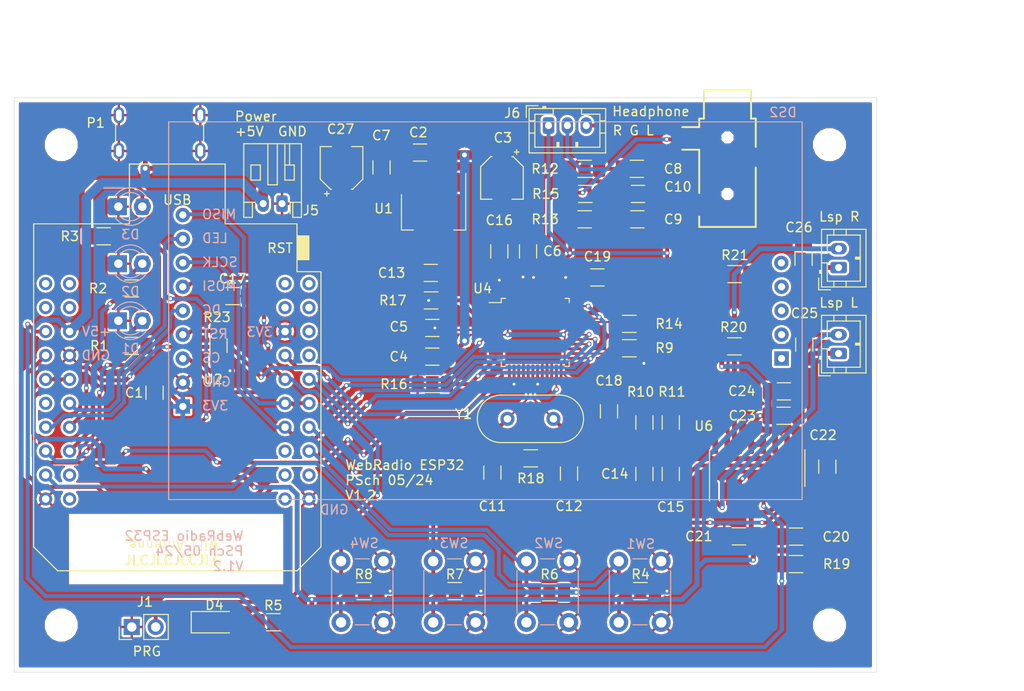
<source format=kicad_pcb>
(kicad_pcb (version 20240108) (generator "pcbnew") (generator_version "8.0")
  (layers (0 "F.Cu" signal) (31 "B.Cu" signal) (34 "B.Paste" user) (35 "F.Paste" user) (36 "B.SilkS" user "B.Silkscreen") (37 "F.SilkS" user "F.Silkscreen") (38 "B.Mask" user) (39 "F.Mask" user) (44 "Edge.Cuts" user))
  (net 0 "")
  (net 1 "Net-(U4-XTALO)")
  (net 2 "+1.8V")
  (net 3 "+3.3V")
  (net 4 "Net-(U4-XTALI)")
  (net 5 "Net-(J6-Pin_1)")
  (net 6 "Net-(U4-XRESET)")
  (net 7 "Net-(D2-A)")
  (net 8 "Net-(D1-A)")
  (net 9 "Net-(U4-RX)")
  (net 10 "Net-(D3-A)")
  (net 11 "Net-(D4-A)")
  (net 12 "DISP_CS")
  (net 13 "+5V")
  (net 14 "DISP_DC")
  (net 15 "Net-(J6-Pin_3)")
  (net 16 "MOSI")
  (net 17 "SCLK")
  (net 18 "DISP_LED")
  (net 19 "MISO")
  (net 20 "Net-(J1-Pin_2)")
  (net 21 "Net-(J2-Pin_1)")
  (net 22 "Net-(J2-Pin_2)")
  (net 23 "Net-(J3-Pin_1)")
  (net 24 "Net-(J3-Pin_2)")
  (net 25 "SW_01")
  (net 26 "SW_02")
  (net 27 "LED_01")
  (net 28 "LED_02")
  (net 29 "LED_03")
  (net 30 "SW_03")
  (net 31 "SW_04")
  (net 32 "Net-(U4-XTEST)")
  (net 37 "XCS")
  (net 46 "DCS")
  (net 47 "DREQ")
  (net 56 "Net-(U4-RCAP)")
  (net 58 "Net-(C8-Pad1)")
  (net 59 "Net-(C9-Pad1)")
  (net 60 "GNDD")
  (net 61 "Net-(C10-Pad1)")
  (net 62 "Net-(J6-Pin_2)")
  (net 64 "Net-(U4-GPIO0)")
  (net 65 "Net-(C14-Pad2)")
  (net 66 "Net-(C15-Pad2)")
  (net 68 "Net-(DS2-RST)")
  (net 73 "Net-(U6-INR)")
  (net 74 "Net-(U6-INL)")
  (net 75 "Net-(U6-VREF)")
  (net 76 "MUTE")
  (net 77 "Net-(U6-LOUT+)")
  (net 78 "Net-(U6-ROUT+)")
  (footprint "Resistor_SMD:R_1206_3216Metric_Pad1.30x1.75mm_HandSolder" (layer "F.Cu") (at 180.366896 94.5003 90)
    (property "Reference" "R10")
    (property "Value" "10k")
  )
  (footprint "Capacitor_SMD:C_1206_3216Metric_Pad1.33x1.80mm_HandSolder" (layer "F.Cu") (at 179.5625 67.564)
    (property "Reference" "C8")
    (property "Value" "10nF")
  )
  (footprint "Resistor_SMD:R_1206_3216Metric_Pad1.30x1.75mm_HandSolder" (layer "F.Cu") (at 183.160896 94.5003 90)
    (property "Reference" "R11")
    (property "Value" "10k")
  )
  (footprint "Resistor_SMD:R_1206_3216Metric_Pad1.30x1.75mm_HandSolder" (layer "F.Cu") (at 174.0253 72.9234)
    (property "Reference" "R13")
    (property "Value" "20R")
  )
  (footprint "Capacitor_SMD:C_1206_3216Metric_Pad1.33x1.80mm_HandSolder" (layer "F.Cu") (at 136.6643 81.0768)
    (property "Reference" "C17")
    (property "Value" "100nF")
  )
  (footprint "Capacitor_SMD:C_1206_3216Metric_Pad1.33x1.80mm_HandSolder" (layer "F.Cu") (at 196.458196 106.6076)
    (property "Reference" "C20")
    (property "Value" "1µF")
  )
  (footprint "Connector_PinHeader_2.54mm:PinHeader_1x02_P2.54mm_Vertical" (layer "F.Cu") (at 125.979 116.205 90)
    (property "Reference" "J1")
    (property "Value" "Conn_01x02")
  )
  (footprint "Capacitor_SMD:C_1206_3216Metric_Pad1.33x1.80mm_HandSolder" (layer "F.Cu") (at 179.6133 72.9234)
    (property "Reference" "C9")
    (property "Value" "10nF")
  )
  (footprint "Resistor_SMD:R_1206_3216Metric_Pad1.30x1.75mm_HandSolder" (layer "F.Cu") (at 189.9412 78.74 180)
    (property "Reference" "R21")
    (property "Value" "10R")
  )
  (footprint "Capacitor_SMD:C_1206_3216Metric_Pad1.33x1.80mm_HandSolder" (layer "F.Cu") (at 172.3644 99.9105 90)
    (property "Reference" "C12")
    (property "Value" "22p")
  )
  (footprint "MountingHole:MountingHole_3.2mm_M3_ISO14580" (layer "F.Cu") (at 200 65)
    (property "Reference" "H2" (hide yes))
    (property "Value" "MountingHole")
  )
  (footprint "Connector_USB:USB_C_Receptacle_GCT_USB4125-xx-x_6P_TopMnt_Horizontal" (layer "F.Cu") (at 128.9304 62.6654 180)
    (property "Reference" "P1")
    (property "Value" "USB_C_Plug_USB2.0")
  )
  (footprint "LED_SMD:LED_1206_3216Metric_Pad1.42x1.75mm_HandSolder" (layer "F.Cu") (at 134.747 115.697)
    (property "Reference" "D4")
    (property "Value" "Power LED")
  )
  (footprint "Capacitor_SMD:C_1206_3216Metric_Pad1.33x1.80mm_HandSolder" (layer "F.Cu") (at 195.162796 91.1898)
    (property "Reference" "C24")
    (property "Value" "10µF")
  )
  (footprint "Resistor_SMD:R_1206_3216Metric_Pad1.30x1.75mm_HandSolder" (layer "F.Cu") (at 157.861 90.424 180)
    (property "Reference" "R16")
    (property "Value" "100k")
  )
  (footprint "ESP32_mini:ESP32_mini" (layer "F.Cu") (at 130.81 91.186 180)
    (property "Reference" "U2")
    (property "Value" "mini_esp32")
  )
  (footprint "Capacitor_SMD:C_1206_3216Metric_Pad1.33x1.80mm_HandSolder" (layer "F.Cu") (at 180.366896 99.9613 90)
    (property "Reference" "C14")
    (property "Value" "220nF")
  )
  (footprint "Resistor_SMD:R_1206_3216Metric_Pad1.30x1.75mm_HandSolder" (layer "F.Cu") (at 174.013 67.564)
    (property "Reference" "R12")
    (property "Value" "20R")
  )
  (footprint "Resistor_SMD:R_1206_3216Metric_Pad1.30x1.75mm_HandSolder" (layer "F.Cu") (at 178.7652 86.614 180)
    (property "Reference" "R9")
    (property "Value" "100k")
  )
  (footprint "lib_psch:Jack_3.5mm_SMT_Horizontal" (layer "F.Cu") (at 189.1792 59.2328)
    (property "Reference" "J4" (hide yes))
    (property "Value" "AudioJack3")
  )
  (footprint "Capacitor_SMD:C_1206_3216Metric_Pad1.33x1.80mm_HandSolder" (layer "F.Cu") (at 183.160896 99.9613 90)
    (property "Reference" "C15")
    (property "Value" "220nF")
  )
  (footprint "Capacitor_SMD:C_1206_3216Metric_Pad1.33x1.80mm_HandSolder" (layer "F.Cu") (at 164.973 76.327 -90)
    (property "Reference" "C16")
    (property "Value" "100nF")
  )
  (footprint "Capacitor_SMD:C_1206_3216Metric_Pad1.33x1.80mm_HandSolder" (layer "F.Cu") (at 195.124296 93.7806)
    (property "Reference" "C23")
    (property "Value" "1µF")
  )
  (footprint "Capacitor_SMD:C_1206_3216Metric_Pad1.33x1.80mm_HandSolder" (layer "F.Cu") (at 156.5656 65.8368 180)
    (property "Reference" "C2")
    (property "Value" "100nF")
  )
  (footprint "Capacitor_SMD:CP_Elec_4x5.4" (layer "F.Cu") (at 148.2344 67.4624 90)
    (property "Reference" "C27")
    (property "Value" "100µF")
  )
  (footprint "Capacitor_SMD:C_1206_3216Metric_Pad1.33x1.80mm_HandSolder" (layer "F.Cu") (at 197.2476 77.1056 90)
    (property "Reference" "C26")
    (property "Value" "1µF")
  )
  (footprint "Crystal:Crystal_HC49-U_Vertical" (layer "F.Cu") (at 170.7134 94.107 180)
    (property "Reference" "Y1")
    (property "Value" "12,288MHz")
  )
  (footprint "Capacitor_SMD:CP_Elec_4x5.4" (layer "F.Cu") (at 165.2524 68.5292 -90)
    (property "Reference" "C3")
    (property "Value" "47µF")
  )
  (footprint "Resistor_SMD:R_1206_3216Metric_Pad1.30x1.75mm_HandSolder" (layer "F.Cu") (at 157.734 81.534)
    (property "Reference" "R17")
    (property "Value" "100k")
  )
  (footprint "Resistor_SMD:R_1206_3216Metric_Pad1.30x1.75mm_HandSolder" (layer "F.Cu") (at 196.445096 109.5286)
    (property "Reference" "R19")
    (property "Value" "10k")
  )
  (footprint "Capacitor_SMD:C_1206_3216Metric_Pad1.33x1.80mm_HandSolder" (layer "F.Cu") (at 157.861 87.503)
    (property "Reference" "C4")
    (property "Value" "100nF")
  )
  (footprint "Resistor_SMD:R_1206_3216Metric_Pad1.30x1.75mm_HandSolder" (layer "F.Cu") (at 179.933 112.395 180)
    (property "Reference" "R4")
    (property "Value" "10k")
  )
  (footprint "Package_TO_SOT_SMD:SOT-223" (layer "F.Cu") (at 158 72.15 -90)
    (property "Reference" "U1")
    (property "Value" "AMS1117-1.8")
  )
  (footprint "Resistor_SMD:R_1206_3216Metric_Pad1.30x1.75mm_HandSolder" (layer "F.Cu") (at 122.9868 74.7268 180)
    (property "Reference" "R3")
    (property "Value" "1k")
  )
  (footprint "Capacitor_SMD:C_1206_3216Metric_Pad1.33x1.80mm_HandSolder" (layer "F.Cu") (at 168.021 76.327 -90)
    (property "Reference" "C6")
    (property "Value" "1µF")
  )
  (footprint "Capacitor_SMD:C_1206_3216Metric_Pad1.33x1.80mm_HandSolder" (layer "F.Cu") (at 128.397 91.3384 90)
    (property "Reference" "C1")
    (property "Value" "100nF")
  )
  (footprint "Capacitor_SMD:C_1206_3216Metric_Pad1.33x1.80mm_HandSolder" (layer "F.Cu") (at 152.4762 67.4116 90)
    (property "Reference" "C7")
    (property "Value" "100nF")
  )
  (footprint "Capacitor_SMD:C_1206_3216Metric_Pad1.33x1.80mm_HandSolder" (layer "F.Cu") (at 176.6062 93.3073 90)
    (property "Reference" "C18")
    (property "Value" "100nF")
  )
  (footprint "Capacitor_SMD:C_1206_3216Metric_Pad1.33x1.80mm_HandSolder" (layer "F.Cu") (at 164.2364 99.822 90)
    (property "Reference" "C11")
    (property "Value" "22p")
  )
  (footprint "Resistor_SMD:R_1206_3216Metric_Pad1.30x1.75mm_HandSolder" (layer "F.Cu") (at 178.7652 84.0232)
    (property "Reference" "R14")
    (property "Value" "100k")
  )
  (footprint "Capacitor_SMD:C_1206_3216Metric_Pad1.33x1.80mm_HandSolder" (layer "F.Cu") (at 199.771 99.187 90)
    (property "Reference" "C22")
    (property "Value" "1µF")
  )
  (footprint "Capacitor_SMD:C_1206_3216Metric_Pad1.33x1.80mm_HandSolder" (layer "F.Cu") (at 157.6955 78.613)
    (property "Reference" "C13")
    (property "Value" "100nF")
  )
  (footprint "Resistor_SMD:R_1206_3216Metric_Pad1.30x1.75mm_HandSolder" (layer "F.Cu") (at 150.596 112.395 180)
    (property "Reference" "R8")
    (property "Value" "10k")
  )
  (footprint "Resistor_SMD:R_1206_3216Metric_Pad1.30x1.75mm_HandSolder" (layer "F.Cu") (at 125.984 86.36 180)
    (property "Reference" "R1")
    (property "Value" "1k")
  )
  (footprint "Resistor_SMD:R_1206_3216Metric_Pad1.30x1.75mm_HandSolder" (layer "F.Cu") (at 125.984 80.264 180)
    (property "Reference" "R2")
    (property "Value" "1k")
  )
  (footprint "Package_SO:SOP-16_3.9x9.9mm_P1.27mm" (layer "F.Cu") (at 192.330296 99.3286 90)
    (property "Reference" "U6")
    (property "Value" "PAM8403D")
  )
  (footprint "Connector_JST:JST_PH_B2B-PH-K_1x02_P2.00mm_Vertical" (layer "F.Cu") (at 200.9648 87.1728 90)
    (property "Reference" "J2" (hide yes))
    (property "Value" "JST PH 2mm")
  )
  (footprint "MountingHole:MountingHole_3.2mm_M3_ISO14580" (layer "F.Cu") (at 118.5 116)
    (property "Reference" "H4" (hide yes))
    (property "Value" "MountingHole")
  )
  (footprint "Connector_JST:JST_PH_B2B-PH-K_1x02_P2.00mm_Vertical" (layer "F.Cu") (at 200.9648 78.0448 90)
    (property "Reference" "J3" (hide yes))
    (property "Value" "JST PH 2mm")
  )
  (footprint "Resistor_SMD:R_1206_3216Metric_Pad1.30x1.75mm_HandSolder" (layer "F.Cu") (at 189.9158 86.4108 180)
    (property "Reference" "R20")
    (property "Value" "10R")
  )
  (footprint "Capacitor_SMD:C_1206_3216Metric_Pad1.33x1.80mm_HandSolder" (layer "F.Cu") (at 190.399896 106.5822 180)
    (property "Reference" "C21")
    (property "Value" "10µF")
  )
  (footprint "Resistor_SMD:R_1206_3216Metric_Pad1.30x1.75mm_HandSolder" (layer "F.Cu") (at 160.248 112.395 180)
    (property "Reference" "R7")
    (property "Value" "10k")
  )
  (footprint "MountingHole:MountingHole_3.2mm_M3_ISO14580" (layer "F.Cu") (at 118.5 65)
    (property "Reference" "H1" (hide yes))
    (property "Value" "MountingHole")
  )
  (footprint "Connector_JST:JST_PH_S2B-PH-K_1x02_P2.00mm_Horizontal" (layer "F.Cu") (at 141.9192 71.2586 180)
    (property "Reference" "J5")
    (property "Value" "Conn_01x02_Pin")
  )
  (footprint "Resistor_SMD:R_1206_3216Metric_Pad1.30x1.75mm_HandSolder" (layer "F.Cu") (at 174.1015 70.231)
    (property "Reference" "R15")
    (property "Value" "10R")
  )
  (footprint "MountingHole:MountingHole_3.2mm_M3_ISO14580" (layer "F.Cu") (at 200 116)
    (property "Reference" "H3" (hide yes))
    (property "Value" "MountingHole")
  )
  (footprint "Package_QFP:LQFP-48_7x7mm_P0.5mm" (layer "F.Cu") (at 168.783 84.9245)
    (property "Reference" "U4")
    (property "Value" "VS1053b")
  )
  (footprint "Resistor_SMD:R_1206_3216Metric_Pad1.30x1.75mm_HandSolder" (layer "F.Cu") (at 168.3004 98.298)
    (property "Reference" "R18")
    (property "Value" "1M")
  )
  (footprint "Capacitor_SMD:C_1206_3216Metric_Pad1.33x1.80mm_HandSolder" (layer "F.Cu") (at 179.6895 70.231)
    (property "Reference" "C10")
    (property "Value" "47nF")
  )
  (footprint "Capacitor_SMD:C_1206_3216Metric_Pad1.33x1.80mm_HandSolder" (layer "F.Cu") (at 197.3238 86.2242 -90)
    (property "Reference" "C25")
    (property "Value" "1µF")
  )
  (footprint "Resistor_SMD:R_1206_3216Metric_Pad1.30x1.75mm_HandSolder" (layer "F.Cu") (at 170.281 112.522 180)
    (property "Reference" "R6")
    (property "Value" "10k")
  )
  (footprint "Capacitor_SMD:C_1206_3216Metric_Pad1.33x1.80mm_HandSolder" (layer "F.Cu") (at 157.861 84.455)
    (property "Reference" "C5")
    (property "Value" "100nF")
  )
  (footprint "Connector_JST:JST_PH_B3B-PH-K_1x03_P2.00mm_Vertical" (layer "F.Cu") (at 170.1932 62.9666)
    (property "Reference" "J6")
    (property "Value" "JST PH 2mm")
  )
  (footprint "Resistor_SMD:R_1206_3216Metric_Pad1.30x1.75mm_HandSolder" (layer "F.Cu") (at 135.1788 86.3352 90)
    (property "Reference" "R23")
    (property "Value" "10k")
  )
  (footprint "Resistor_SMD:R_1206_3216Metric_Pad1.30x1.75mm_HandSolder" (layer "F.Cu") (at 140.996 115.697 180)
    (property "Reference" "R5")
    (property "Value" "4k7")
  )
  (footprint "Capacitor_SMD:C_1206_3216Metric_Pad1.33x1.80mm_HandSolder" (layer "F.Cu") (at 175.3747 79.0956 180)
    (property "Reference" "C19")
    (property "Value" "100nF")
  )
  (footprint "lib_psch:JLCPCB-Marker" (layer "F.Cu") (at 130.3528 109.7026)
    (property "Reference" "U5" (hide yes))
    (property "Value" "JLCPCB Marker" (hide yes))
  )
  (footprint "psch:TFT2.2_SPI_5P_SD" (layer "B.Cu") (at 129.8942 102.6762)
    (property "Reference" "DS2")
    (property "Value" "TFT2.2_SPI_4P_SD" (hide yes))
  )
  (footprint "Button_Switch_THT:SW_PUSH_6mm" (layer "B.Cu") (at 148.183 109.22 -90)
    (property "Reference" "SW4")
    (property "Value" "SW_Push")
  )
  (footprint "lib_psch:LED_D3.0mm_SMD" (layer "B.Cu") (at 124.561 83.693)
    (property "Reference" "D1")
    (property "Value" "Power LED")
  )
  (footprint "Button_Switch_THT:SW_PUSH_6mm" (layer "B.Cu") (at 167.846 109.22 -90)
    (property "Reference" "SW2")
    (property "Value" "SW_Push")
  )
  (footprint "Button_Switch_THT:SW_PUSH_6mm" (layer "B.Cu") (at 177.647 109.22 -90)
    (property "Reference" "SW1")
    (property "Value" "SW_Push")
  )
  (footprint "lib_psch:LED_D3.0mm_SMD" (layer "B.Cu") (at 124.561 77.635)
    (property "Reference" "D2")
    (property "Value" "Power LED")
  )
  (footprint "Button_Switch_THT:SW_PUSH_6mm" (layer "B.Cu") (at 157.962 109.22 -90)
    (property "Reference" "SW3")
    (property "Value" "SW_Push")
  )
  (footprint "lib_psch:LED_D3.0mm_SMD" (layer "B.Cu") (at 124.561 71.577)
    (property "Reference" "D3")
    (property "Value" "Power LED")
  )
  (gr_line (start 113.5 121) (end 113.5 60) (stroke (width 0.05)) (layer "Edge.Cuts"))
  (gr_line (start 205 60) (end 205 121) (stroke (width 0.05)) (layer "Edge.Cuts"))
  (gr_line (start 205 121) (end 113.5 121) (stroke (width 0.05)) (layer "Edge.Cuts"))
  (gr_line (start 113.5 60) (end 205 60) (stroke (width 0.05)) (layer "Edge.Cuts"))
  (gr_text "SCLK" (at 133.35 77.47 0) (layer "B.SilkS") (effects (font (size 1 1)) (justify right mirror)))
  (gr_text "GND" (at 120.5484 87.376 0) (layer "B.SilkS") (effects (font (size 1 1)) (justify right mirror)))
  (gr_text "WebRadio ESP32\nPSch 05/24\nV1.2" (at 137.922 110.3376 0) (layer "B.SilkS") (effects (font (size 1 1)) (justify left bottom mirror)))
  (gr_text "3V3" (at 133.35 92.71 0) (layer "B.SilkS") (effects (font (size 1 1)) (justify right mirror)))
  (gr_text "MISO" (at 133.35 72.39 0) (layer "B.SilkS") (effects (font (size 1 1)) (justify right mirror)))
  (gr_text "+5V" (at 120.5992 84.836 0) (layer "B.SilkS") (effects (font (size 1 1)) (justify right mirror)))
  (gr_text "LED" (at 133.35 74.93 0) (layer "B.SilkS") (effects (font (size 1 1)) (justify right mirror)))
  (gr_text "RST" (at 133.35 85.09 0) (layer "B.SilkS") (effects (font (size 1 1)) (justify right mirror)))
  (gr_text "DC" (at 133.35 82.55 0) (layer "B.SilkS") (effects (font (size 1 1)) (justify right mirror)))
  (gr_text "CS" (at 133.35 87.63 0) (layer "B.SilkS") (effects (font (size 1 1)) (justify right mirror)))
  (gr_text "3V3" (at 141.0208 84.8868 0) (layer "B.SilkS") (effects (font (size 1 1)) (justify left mirror)))
  (gr_text "GND" (at 145.8468 103.759 0) (layer "B.SilkS") (effects (font (size 1 1)) (justify right mirror)))
  (gr_text "MOSI" (at 133.35 80.01 0) (layer "B.SilkS") (effects (font (size 1 1)) (justify right mirror)))
  (gr_text "GND" (at 133.35 90.17 0) (layer "B.SilkS") (effects (font (size 1 1)) (justify right mirror)))
  (gr_text "Power\n+5V  GND" (at 136.8298 64.1858 0) (layer "F.SilkS") (effects (font (size 1 1)) (justify left bottom)))
  (gr_text "WebRadio ESP32\nPSch 05/24\nV1.2" (at 148.5392 102.8192 0) (layer "F.SilkS") (effects (font (size 1 1)) (justify left bottom)))
  (gr_text "Lsp R" (at 201.041 72.644 0) (layer "F.SilkS") (effects (font (size 1 1))))
  (gr_text "Headphone" (at 176.8602 62.0522 0) (layer "F.SilkS") (effects (font (size 1 1)) (justify left bottom)))
  (gr_text "Lsp L" (at 200.9814 81.7792 0) (layer "F.SilkS") (effects (font (size 1 1))))
  (gr_text "R G L" (at 176.911 64.0842 0) (layer "F.SilkS") (effects (font (size 1 1)) (justify left bottom)))
  (gr_text "PRG" (at 125.984 119.38 0) (layer "F.SilkS") (effects (font (size 1 1)) (justify left bottom)))
  (segment (start 166.598 98.298) (end 166.7504 98.4504) (width 0.4064) (layer "F.Cu") (net 1))
  (segment (start 163.7284 98.2857) (end 163.7407 98.298) (width 0.4064) (layer "F.Cu") (net 1))
  (segment (start 168.033 91.9074) (end 165.8334 94.107) (width 0.2032) (layer "F.Cu") (net 1))
  (segment (start 168.033 89.087) (end 168.033 91.9074) (width 0.2032) (layer "F.Cu") (net 1))
  (segment (start 163.7407 98.298) (end 164.1479 98.298) (width 0.4064) (layer "F.Cu") (net 1))
  (segment (start 164.1479 98.298) (end 164.1479 95.7925) (width 0.4064) (layer "F.Cu") (net 1))
  (segment (start 164.1479 95.7925) (end 165.8334 94.107) (width 0.4064) (layer "F.Cu") (net 1))
  (segment (start 164.1479 98.298) (end 166.598 98.298) (width 0.4064) (layer "F.Cu") (net 1))
  (segment (start 158.022 66.7292) (end 158 66.7512) (width 0.4064) (layer "F.Cu") (net 2))
  (segment (start 158 69) (end 158 66.7512) (width 1.016) (layer "F.Cu") (net 2))
  (segment (start 171.533 89.087) (end 172.541 90.095) (width 0.2032) (layer "F.Cu") (net 2))
  (segment (start 165.862 84.6328) (end 165.4037 84.1745) (width 0.2032) (layer "F.Cu") (net 2))
  (segment (start 161.29 85.9282) (end 159.7152 87.503) (width 0.508) (layer "F.Cu") (net 2))
  (segment (start 161.29 85.8266) (end 161.9421 85.1745) (width 0.2032) (layer "F.Cu") (net 2))
  (segment (start 171.533 88.2328) (end 171.9072 87.8586) (width 0.2032) (layer "F.Cu") (net 2))
  (segment (start 172.1703 84.6745) (end 171.7802 85.0646) (width 0.2032) (layer "F.Cu") (net 2))
  (segment (start 171.533 89.087) (end 171.533 88.2328) (width 0.2032) (layer "F.Cu") (net 2))
  (segment (start 164.614 66.0908) (end 158.6604 66.0908) (width 1.016) (layer "F.Cu") (net 2))
  (segment (start 165.862 85.1745) (end 164.6205 85.1745) (width 0.2032) (layer "F.Cu") (net 2))
  (segment (start 159.7152 87.503) (end 159.4235 87.503) (width 0.508) (layer "F.Cu") (net 2))
  (segment (start 174.1908 91.7448) (end 172.541 90.095) (width 0.4064) (layer "F.Cu") (net 2))
  (segment (start 165.4037 84.1745) (end 164.6205 84.1745) (width 0.2032) (layer "F.Cu") (net 2))
  (segment (start 176.6062 91.7448) (end 174.1908 91.7448) (width 0.4064) (layer "F.Cu") (net 2))
  (segment (start 165.862 85.1745) (end 165.862 84.6328) (width 0.2032) (layer "F.Cu") (net 2))
  (segment (start 161.9421 85.1745) (end 164.6205 85.1745) (width 0.2032) (layer "F.Cu") (net 2))
  (segment (start 165.2524 66.7292) (end 164.614 66.0908) (width 0.508) (layer "F.Cu") (net 2))
  (segment (start 161.29 85.8266) (end 161.29 85.9282) (width 0.508) (layer "F.Cu") (net 2))
  (segment (start 171.9072 85.2932) (end 171.7802 85.1662) (width 0.2032) (layer "F.Cu") (net 2))
  (segment (start 171.7802 85.0646) (end 171.7802 85.1662) (width 0.2032) (layer "F.Cu") (net 2))
  (segment (start 171.9072 87.8586) (end 171.9072 85.2932) (width 0.2032) (layer "F.Cu") (net 2))
  (segment (start 172.9455 84.6745) (end 172.1703 84.6745) (width 0.2032) (layer "F.Cu") (net 2))
  (via (at 161.2756 66.0908) (size 1.016) (drill 0.508) (layers "F.Cu" "B.Cu") (net 2))
  (via (at 165.862 85.1745) (size 0.508) (drill 0.3048) (layers "F.Cu" "B.Cu") (net 2))
  (via (at 171.7802 85.1662) (size 0.508) (drill 0.3048) (layers "F.Cu" "B.Cu") (net 2))
  (via (at 161.29 85.8266) (size 1.016) (drill 0.508) (layers "F.Cu" "B.Cu") (net 2))
  (segment (start 165.862 85.1745) (end 165.8703 85.1662) (width 0.2032) (layer "B.Cu") (net 2))
  (segment (start 165.8703 85.1662) (end 171.7802 85.1662) (width 0.508) (layer "B.Cu") (net 2))
  (segment (start 161.2756 66.0908) (end 161.29 66.1052) (width 1.016) (layer "B.Cu") (net 2))
  (segment (start 161.29 66.1052) (end 161.29 85.8266) (width 1.016) (layer "B.Cu") (net 2))
  (segment (start 165.862 85.1745) (end 165.8957 85.1408) (width 0.4064) (layer "B.Cu") (net 2))
  (segment (start 171.7548 85.1408) (end 171.7802 85.1662) (width 0.4064) (layer "B.Cu") (net 2))
  (segment (start 128.397 89.7759) (end 128.397 89.789) (width 0.4064) (layer "F.Cu") (net 3))
  (segment (start 169.041 90.424) (end 169.033 90.416) (width 0.2032) (layer "F.Cu") (net 3))
  (segment (start 182.753 112.395) (end 181.483 112.395) (width 0.4064) (layer "F.Cu") (net 3))
  (segment (start 171.3484 79.0956) (end 171.033 79.411) (width 0.2032) (layer "F.Cu") (net 3))
  (segment (start 171.3484 79.0956) (end 172.0088 79.0956) (width 0.2032) (layer "F.Cu") (net 3))
  (segment (start 180.3152 86.614) (end 180.3152 84.0232) (width 0.4064) (layer "F.Cu") (net 3))
  (segment (start 169.033 90.416) (end 169.033 89.087) (width 0.2032) (layer "F.Cu") (net 3))
  (segment (start 158.1404 84.455) (end 159.4235 84.455) (width 0.508) (layer "F.Cu") (net 3))
  (segment (start 180.3146 88.2142) (end 180.3146 86.6146) (width 0.4064) (layer "F.Cu") (net 3))
  (segment (start 171.033 79.411) (end 171.033 80.762) (width 0.2032) (layer "F.Cu") (net 3))
  (segment (start 157.48 81.534) (end 156.184 81.534) (width 0.508) (layer "F.Cu") (net 3))
  (segment (start 173.8122 79.0956) (end 172.0088 79.0956) (width 0.4064) (layer "F.Cu") (net 3))
  (segment (start 166.533 90.424) (end 166.533 89.087) (width 0.2032) (layer "F.Cu") (net 3))
  (segment (start 173.1264 112.522) (end 171.831 112.522) (width 0.4064) (layer "F.Cu") (net 3))
  (segment (start 167.533 80.762) (end 167.533 79.0902) (width 0.2032) (layer "F.Cu") (net 3))
  (segment (start 167.533 79.0902) (end 167.4876 79.0448) (width 0.2032) (layer "F.Cu") (net 3))
  (segment (start 168.533 79.1678) (end 168.6052 79.0956) (width 0.2032) (layer "F.Cu") (net 3))
  (segment (start 163.0172 112.395) (end 161.798 112.395) (width 0.4064) (layer "F.Cu") (net 3))
  (segment (start 128.397 89.7759) (end 128.6379 89.7759) (width 0.4064) (layer "F.Cu") (net 3))
  (segment (start 164.973 77.8895) (end 164.973 79.375) (width 0.4064) (layer "F.Cu") (net 3))
  (segment (start 180.3146 86.6146) (end 180.3152 86.614) (width 0.4064) (layer "F.Cu") (net 3))
  (segment (start 153.3906 112.395) (end 152.146 112.395) (width 0.4064) (layer "F.Cu") (net 3))
  (segment (start 164.6205 84.6745) (end 159.643 84.6745) (width 0.2032) (layer "F.Cu") (net 3))
  (segment (start 135.2816 87.8852) (end 136.398 89.0016) (width 0.4064) (layer "F.Cu") (net 3))
  (segment (start 159.643 84.6745) (end 159.4235 84.455) (width 0.2032) (layer "F.Cu") (net 3))
  (segment (start 135.1788 87.8852) (end 135.2816 87.8852) (width 0.4064) (layer "F.Cu") (net 3))
  (segment (start 168.533 80.762) (end 168.533 79.1678) (width 0.2032) (layer "F.Cu") (net 3))
  (segment (start 128.397 89.789) (end 131.3942 92.7862) (width 0.4064) (layer "F.Cu") (net 3))
  (via (at 182.753 112.395) (size 0.508) (drill 0.3048) (layers "F.Cu" "B.Cu") (net 3))
  (via (at 172.0088 79.0956) (size 0.508) (drill 0.3048) (layers "F.Cu" "B.Cu") (net 3))
  (via (at 166.533 90.424) (size 0.508) (drill 0.3048) (layers "F.Cu" "B.Cu") (net 3))
  (via (at 136.398 89.0016) (size 0.508) (drill 0.3048) (layers "F.Cu" "B.Cu") (net 3))
  (via (at 157.48 81.534) (size 0.508) (drill 0.3048) (layers "F.Cu" "B.Cu") (net 3))
  (via (at 158.1404 84.455) (size 0.508) (drill 0.3048) (layers "F.Cu" "B.Cu") (net 3))
  (via (at 163.0172 112.395) (size 0.508) (drill 0.3048) (layers "F.Cu" "B.Cu") (net 3))
  (via (at 180.3146 88.2142) (size 0.508) (drill 0.3048) (layers "F.Cu" "B.Cu") (net 3))
  (via (at 173.1264 112.522) (size 0.508) (drill 0.3048) (layers "F.Cu" "B.Cu") (net 3))
  (via (at 167.4876 79.0448) (size 0.508) (drill 0.3048) (layers "F.Cu" "B.Cu") (net 3))
  (via (at 153.3906 112.395) (size 0.508) (drill 0.3048) (layers "F.Cu" "B.Cu") (net 3))
  (via (at 169.041 90.424) (size 0.508) (drill 0.3048) (layers "F.Cu" "B.Cu") (net 3))
  (via (at 168.6052 79.0956) (size 0.508) (drill 0.3048) (layers "F.Cu" "B.Cu") (net 3))
  (via (at 164.973 79.375) (size 0.508) (drill 0.3048) (layers "F.Cu" "B.Cu") (net 3))
  (segment (start 168.533 89.087) (end 168.533 91.9266) (width 0.2032) (layer "F.Cu") (net 4))
  (segment (start 172.1989 98.298) (end 172.1989 95.5925) (width 0.4064) (layer "F.Cu") (net 4))
  (segment (start 169.8504 98.298) (end 172.1989 98.298) (width 0.4064) (layer "F.Cu") (net 4))
  (segment (start 168.5584 91.952) (end 170.7134 94.107) (width 0.2032) (layer "F.Cu") (net 4))
  (segment (start 168.533 91.9266) (end 168.5584 91.952) (width 0.2032) (layer "F.Cu") (net 4))
  (segment (start 172.1989 95.5925) (end 170.7134 94.107) (width 0.4064) (layer "F.Cu") (net 4))
  (segment (start 180.366896 90.854304) (end 182.7784 88.4428) (width 0.4064) (layer "F.Cu") (net 5))
  (segment (start 170.5356 79.0956) (end 170.533 79.093) (width 0.4064) (layer "F.Cu") (net 5))
  (segment (start 170.533 78.6108) (end 170.533 79.093) (width 0.4064) (layer "F.Cu") (net 5))
  (segment (start 185.3792 72.8118) (end 185.3792 71.3328) (width 0.4064) (layer "F.Cu") (net 5))
  (segment (start 170.533 80.762) (end 170.533 79.0982) (width 0.2032) (layer "F.Cu") (net 5))
  (segment (start 172.489 73.025) (end 172.489 76.6548) (width 0.4064) (layer "F.Cu") (net 5))
  (segment (start 172.489 76.6548) (end 170.533 78.6108) (width 0.4064) (layer "F.Cu") (net 5))
  (segment (start 182.7784 88.4428) (end 182.7784 76.5048) (width 0.4064) (layer "F.Cu") (net 5))
  (segment (start 182.7784 75.4126) (end 182.7784 76.5048) (width 0.4064) (layer "F.Cu") (net 5))
  (segment (start 182.7784 75.4126) (end 185.3792 72.8118) (width 0.4064) (layer "F.Cu") (net 5))
  (segment (start 172.4753 72.9234) (end 172.3991 72.9234) (width 0.4064) (layer "F.Cu") (net 5))
  (segment (start 170.533 79.0982) (end 170.5356 79.0956) (width 0.2032) (layer "F.Cu") (net 5))
  (segment (start 172.4753 72.9234) (end 172.0689 73.3298) (width 0.4064) (layer "F.Cu") (net 5))
  (segment (start 180.366896 92.9503) (end 180.366896 90.854304) (width 0.4064) (layer "F.Cu") (net 5))
  (via (at 182.7784 76.5048) (size 0.508) (drill 0.3048) (layers "F.Cu" "B.Cu") (net 5))
  (via (at 172.466 76.5048) (size 0.508) (drill 0.3048) (layers "F.Cu" "B.Cu") (net 5))
  (segment (start 182.7784 76.5048) (end 172.466 76.5048) (width 0.4064) (layer "B.Cu") (net 5))
  (segment (start 170.1932 62.9666) (end 170.1932 74.232) (width 0.4064) (layer "B.Cu") (net 5))
  (segment (start 170.1932 74.232) (end 172.466 76.5048) (width 0.4064) (layer "B.Cu") (net 5))
  (segment (start 159.258 81.508) (end 159.284 81.534) (width 0.4064) (layer "F.Cu") (net 6))
  (segment (start 162.4733 83.1745) (end 160.8328 81.534) (width 0.4064) (layer "F.Cu") (net 6))
  (segment (start 159.258 78.613) (end 159.258 81.508) (width 0.4064) (layer "F.Cu") (net 6))
  (segment (start 160.8328 81.534) (end 159.284 81.534) (width 0.4064) (layer "F.Cu") (net 6))
  (segment (start 163.1188 83.1745) (end 162.4733 83.1745) (width 0.4064) (layer "F.Cu") (net 6))
  (segment (start 159.284 81.762) (end 159.284 81.534) (width 0.4064) (layer "F.Cu") (net 6))
  (segment (start 163.1188 83.1745) (end 164.6205 83.1745) (width 0.2032) (layer "F.Cu") (net 6))
  (segment (start 127.101 77.635) (end 127.063 77.635) (width 0.4064) (layer "F.Cu") (net 7))
  (segment (start 127.063 77.635) (end 124.434 80.264) (width 0.4064) (layer "F.Cu") (net 7))
  (segment (start 124.434 80.264) (end 124.472 80.264) (width 0.4064) (layer "F.Cu") (net 7))
  (segment (start 127.101 83.693) (end 124.434 86.36) (width 0.4064) (layer "F.Cu") (net 8))
  (segment (start 172.9455 87.1745) (end 177.1119 87.1745) (width 0.2032) (layer "F.Cu") (net 9))
  (segment (start 177.1119 87.1745) (end 177.6724 86.614) (width 0.2032) (layer "F.Cu") (net 9))
  (segment (start 122.2756 69.1896) (end 126.3396 69.1896) (width 0.4064) (layer "F.Cu") (net 10))
  (segment (start 121.4368 70.0284) (end 122.2756 69.1896) (width 0.4064) (layer "F.Cu") (net 10))
  (segment (start 127.101 69.951) (end 127.101 71.577) (width 0.4064) (layer "F.Cu") (net 10))
  (segment (start 126.3396 69.1896) (end 127.101 69.951) (width 0.4064) (layer "F.Cu") (net 10))
  (segment (start 121.4368 74.7268) (end 121.4368 70.0284) (width 0.4064) (layer "F.Cu") (net 10))
  (segment (start 127.101 71.577) (end 126.898 71.577) (width 0.4064) (layer "F.Cu") (net 10))
  (segment (start 139.446 115.697) (end 136.064 115.697) (width 0.4064) (layer "F.Cu") (net 11))
  (segment (start 136.064 115.697) (end 136.043 115.718) (width 0.4064) (layer "F.Cu") (net 11))
  (segment (start 131.953 87.63) (end 135.6106 91.2876) (width 0.4064) (layer "F.Cu") (net 12))
  (segment (start 143.891 92.456) (end 144.78 92.456) (width 0.4064) (layer "F.Cu") (net 12))
  (segment (start 135.6106 91.2876) (end 142.7226 91.2876) (width 0.4064) (layer "F.Cu") (net 12))
  (segment (start 142.7226 91.2876) (end 143.891 92.456) (width 0.4064) (layer "F.Cu") (net 12))
  (segment (start 151.9302 69) (end 151.8666 68.9364) (width 1.016) (layer "F.Cu") (net 13))
  (segment (start 145.0848 113.284) (end 145.0848 114.5794) (width 0.508) (layer "F.Cu") (net 13))
  (segment (start 193.600296 93.7421) (end 193.561796 93.7806) (width 0.508) (layer "F.Cu") (net 13))
  (segment (start 191.923896 109.093) (end 191.923896 106.6207) (width 0.508) (layer "F.Cu") (net 13))
  (segment (start 127.508 99.4156) (end 128.4224 100.33) (width 0.508) (layer "F.Cu") (net 13))
  (segment (start 151.8666 68.9364) (end 155.6364 68.9364) (width 1.016) (layer "F.Cu") (net 13))
  (segment (start 191.695296 103.4034) (end 191.695296 101.8286) (width 0.508) (layer "F.Cu") (net 13))
  (segment (start 194.235296 101.8286) (end 194.235296 103.378) (width 0.508) (layer "F.Cu") (net 13))
  (segment (start 193.600296 91.1898) (end 193.600296 93.7421) (width 0.508) (layer "F.Cu") (net 13))
  (segment (start 130.4504 65.7454) (end 130.4504 67.0092) (width 0.508) (layer "F.Cu") (net 13))
  (segment (start 129.9464 67.5132) (end 127.4064 67.5132) (width 0.508) (layer "F.Cu") (net 13))
  (segment (start 139.9192 69.9176) (end 139.9192 71.2586) (width 1.016) (layer "F.Cu") (net 13))
  (segment (start 194.895696 106.6076) (end 191.987796 106.6076) (width 0.508) (layer "F.Cu") (net 13))
  (segment (start 127.4104 65.7454) (end 127.4104 67.5092) (width 0.508) (layer "F.Cu") (net 13))
  (segment (start 155.6364 68.9364) (end 155.7 69) (width 1.016) (layer "F.Cu") (net 13))
  (segment (start 140.9004 68.9364) (end 139.9192 69.9176) (width 1.016) (layer "F.Cu") (net 13))
  (segment (start 143.9672 115.697) (end 142.546 115.697) (width 0.508) (layer "F.Cu") (net 13))
  (segment (start 191.923896 106.6207) (end 191.962396 106.5822) (width 0.508) (layer "F.Cu") (net 13))
  (segment (start 151.8666 68.9364) (end 140.9004 68.9364) (width 1.016) (layer "F.Cu") (net 13))
  (segment (start 145.0848 114.5794) (end 143.9672 115.697) (width 0.508) (layer "F.Cu") (net 13))
  (segment (start 192.635096 93.7806) (end 191.695296 94.7204) (width 0.508) (layer "F.Cu") (net 13))
  (segment (start 191.695296 106.3151) (end 191.962396 106.5822) (width 0.508) (layer "F.Cu") (net 13))
  (segment (start 191.695296 94.7204) (end 191.695296 96.8286) (width 0.508) (layer "F.Cu") (net 13))
  (segment (start 191.695296 101.8286) (end 191.695296 106.3151) (width 0.508) (layer "F.Cu") (net 13))
  (segment (start 192.330296 104.0384) (end 191.695296 103.4034) (width 0.508) (layer "F.Cu") (net 13))
  (segment (start 193.527896 91.2622) (end 193.600296 91.1898) (width 0.508) (layer "F.Cu") (net 13))
  (segment (start 128.4224 100.33) (end 137.922 100.33) (width 0.508) (layer "F.Cu") (net 13))
  (segment (start 194.235296 103.378) (end 193.574896 104.0384) (width 0.508) (layer "F.Cu") (net 13))
  (segment (start 127.4104 67.5092) (end 127.4064 67.5132) (width 0.508) (layer "F.Cu") (net 13))
  (segment (start 192.635096 93.7806) (end 193.561796 93.7806) (width 0.508) (layer "F.Cu") (net 13))
  (segment (start 191.695296 96.8286) (end 192.965296 96.8286) (width 0.508) (layer "F.Cu") (net 13))
  (segment (start 130.4504 67.0092) (end 129.9464 67.5132) (width 0.508) (layer "F.Cu") (net 13))
  (segment (start 193.574896 104.0384) (end 192.330296 104.0384) (width 0.508) (layer "F.Cu") (net 13))
  (segment (start 137.922 100.33) (end 138.9634 101.3714) (width 0.508) (layer "F.Cu") (net 13))
  (segment (start 191.987796 106.6076) (end 191.962396 106.5822) (width 0.508) (layer "F.Cu") (net 13))
  (via (at 192.635096 93.7806) (size 0.508) (drill 0.3048) (layers "F.Cu" "B.Cu") (net 13))
  (via (at 127.4064 67.5132) (size 1.016) (drill 0.508) (layers "F.Cu" "B.Cu") (net 13))
  (via (at 191.9224 109.093) (size 0.508) (drill 0.3048) (layers "F.Cu" "B.Cu") (net 13))
  (via (at 138.9634 101.3714) (size 0.508) (drill 0.3048) (layers "F.Cu" "B.Cu") (net 13))
  (via (at 127.508 99.4156) (size 0.508) (drill 0.3048) (layers "F.Cu" "B.Cu") (net 13))
  (via (at 145.0848 113.284) (size 0.508) (drill 0.3048) (layers "F.Cu" "B.Cu") (net 13))
  (segment (start 127.4064 68.072003) (end 127.4064 67.5132) (width 1.016) (layer "B.Cu") (net 13))
  (segment (start 127.4064 68.9356) (end 127.2794 69.0626) (width 0.508) (layer "B.Cu") (net 13))
  (segment (start 122.6058 98.8568) (end 122.6058 97.155) (width 0.508) (layer "B.Cu") (net 13))
  (segment (start 185.9534 111.7092) (end 185.9534 110.998) (width 0.508) (layer "B.Cu") (net 13))
  (segment (start 127.4064 68.072003) (end 127.4064 68.9356) (width 1.016) (layer "B.Cu") (net 13))
  (segment (start 185.9534 99.2378) (end 185.9534 110.998) (width 0.508) (layer "B.Cu") (net 13))
  (segment (start 185.9534 110.998) (end 185.9534 109.982) (width 0.508) (layer "B.Cu") (net 13))
  (segment (start 142.748 101.3714) (end 138.9634 101.3714) (width 0.508) (layer "B.Cu") (net 13))
  (segment (start 121.158 70.6882) (end 121.158 83.058) (width 1.016) (layer "B.Cu") (net 13))
  (segment (start 145.0848 113.284) (end 145.1356 113.3348) (width 0.508) (layer "B.Cu") (net 13))
  (segment (start 122.6058 97.155) (end 121.7168 96.266) (width 0.508) (layer "B.Cu") (net 13))
  (segment (start 121.158 83.058) (end 119.38 84.836) (width 1.016) (layer "B.Cu") (net 13))
  (segment (start 115.5446 95.6056) (end 115.5446 84.4804) (width 0.508) (layer "B.Cu") (net 13))
  (segment (start 121.7168 96.266) (end 116.205 96.266) (width 0.508) (layer "B.Cu") (net 13))
  (segment (start 145.1356 113.3348) (end 145.2372 113.3348) (width 0.508) (layer "B.Cu") (net 13))
  (segment (start 191.4106 93.7806) (end 185.9534 99.2378) (width 0.508) (layer "B.Cu") (net 13))
  (segment (start 116.205 96.266) (end 115.5446 95.6056) (width 0.508) (layer "B.Cu") (net 13))
  (segment (start 145.288 113.284) (end 184.3786 113.284) (width 0.508) (layer "B.Cu") (net 13))
  (segment (start 145.2372 113.3348) (end 145.288 113.284) (width 0.508) (layer "B.Cu") (net 13))
  (segment (start 115.5446 84.4804) (end 116.0907 83.9343) (width 0.508) (layer "B.Cu") (net 13))
  (segment (start 118.1608 83.6168) (end 119.38 84.836) (width 0.508) (layer "B.Cu") (net 13))
  (segment (start 122.7836 69.0626) (end 127.2794 69.0626) (width 1.016) (layer "B.Cu") (net 13))
  (segment (start 116.4082 83.6168) (end 118.1608 83.6168) (width 0.508) (layer "B.Cu") (net 13))
  (segment (start 127.508 99.4156) (end 123.1646 99.4156) (width 0.508) (layer "B.Cu") (net 13))
  (segment (start 191.923896 109.093) (end 191.9224 109.093) (width 0.508) (layer "B.Cu") (net 13))
  (segment (start 137.7232 69.0626) (end 139.9192 71.2586) (width 1.016) (layer "B.Cu") (net 13))
  (segment (start 184.3786 113.284) (end 185.9534 111.7092) (width 0.508) (layer "B.Cu") (net 13))
  (segment (start 186.8424 109.093) (end 185.9534 109.982) (width 0.508) (layer "B.Cu") (net 13))
  (segment (start 144.4752 113.284) (end 143.5354 112.3442) (width 0.508) (layer "B.Cu") (net 13))
  (segment (start 116.0907 83.9343) (end 116.4082 83.6168) (width 0.508) (layer "B.Cu") (net 13))
  (segment (start 145.0848 113.284) (end 144.4752 113.284) (width 0.508) (layer "B.Cu") (net 13))
  (segment (start 191.9224 109.093) (end 186.8424 109.093) (width 0.508) (layer "B.Cu") (net 13))
  (segment (start 192.635096 93.7806) (end 191.4106 93.7806) (width 0.508) (layer "B.Cu") (net 13))
  (segment (start 122.7836 69.0626) (end 121.158 70.6882) (width 1.016) (layer "B.Cu") (net 13))
  (segment (start 145.288 113.284) (end 145.0848 113.284) (width 0.508) (layer "B.Cu") (net 13))
  (segment (start 143.5354 112.3442) (end 143.5354 102.1588) (width 0.508) (layer "B.Cu") (net 13))
  (segment (start 143.5354 102.1588) (end 142.748 101.3714) (width 0.508) (layer "B.Cu") (net 13))
  (segment (start 123.1646 99.4156) (end 122.6058 98.8568) (width 0.508) (layer "B.Cu") (net 13))
  (segment (start 127.2794 69.0626) (end 137.7232 69.0626) (width 1.016) (layer "B.Cu") (net 13))
  (segment (start 125.157753 89.345248) (end 130.048 84.455001) (width 0.4064) (layer "B.Cu") (net 14))
  (segment (start 118.7958 93.726) (end 117.5258 94.996) (width 0.4064) (layer "B.Cu") (net 14))
  (segment (start 123.7742 93.726) (end 118.7958 93.726) (width 0.4064) (layer "B.Cu") (net 14))
  (segment (start 131.3942 82.6262) (end 130.3782 82.6262) (width 0.4064) (layer "B.Cu") (net 14))
  (segment (start 130.3782 82.6262) (end 130.048 82.9564) (width 0.4064) (layer "B.Cu") (net 14))
  (segment (start 125.157753 92.342447) (end 123.7742 93.726) (width 0.4064) (layer "B.Cu") (net 14))
  (segment (start 117.5258 94.996) (end 116.84 94.996) (width 0.4064) (layer "B.Cu") (net 14))
  (segment (start 130.048 84.455001) (end 130.048 82.9564) (width 0.4064) (layer "B.Cu") (net 14))
  (segment (start 125.157753 89.345248) (end 125.157753 92.342447) (width 0.4064) (layer "B.Cu") (net 14))
  (segment (start 167.033 79.375) (end 166.751 79.093) (width 0.2032) (layer "F.Cu") (net 15))
  (segment (start 169.6442 76.123338) (end 169.6442 68.58) (width 0.4064) (layer "F.Cu") (net 15))
  (segment (start 169.6442 68.58) (end 170.6602 67.564) (width 0.4064) (layer "F.Cu") (net 15))
  (segment (start 172.5168 67.564) (end 172.463 67.564) (width 0.4064) (layer "F.Cu") (net 15))
  (segment (start 167.259 76.708) (end 169.059538 76.708) (width 0.4064) (layer "F.Cu") (net 15))
  (segment (start 166.751 79.093) (end 166.751 77.216) (width 0.2032) (layer "F.Cu") (net 15))
  (segment (start 167.033 80.762) (end 167.033 79.375) (width 0.2032) (layer "F.Cu") (net 15))
  (segment (start 166.751 77.216) (end 167.259 76.708) (width 0.2032) (layer "F.Cu") (net 15))
  (segment (start 183.1985 92.9503) (end 185.0136 91.1352) (width 0.4064) (layer "F.Cu") (net 15))
  (segment (start 185.0136 91.1352) (end 185.0136 78.5114) (width 0.4064) (layer "F.Cu") (net 15))
  (segment (start 177.1142 62.9666) (end 177.2285 62.8523) (width 0.4064) (layer "F.Cu") (net 15))
  (segment (start 169.059538 76.708) (end 169.6442 76.123338) (width 0.4064) (layer "F.Cu") (net 15))
  (segment (start 192.4304 62.0268) (end 178.054 62.0268) (width 0.4064) (layer "F.Cu") (net 15))
  (segment (start 178.054 62.0268) (end 177.2285 62.8523) (width 0.4064) (layer "F.Cu") (net 15))
  (segment (start 174.1932 62.9666) (end 177.1142 62.9666) (width 0.4064) (layer "F.Cu") (net 15))
  (segment (start 177.2285 62.8523) (end 172.5168 67.564) (width 0.4064) (layer "F.Cu") (net 15))
  (segment (start 183.160896 92.9503) (end 183.1985 92.9503) (width 0.4064) (layer "F.Cu") (net 15))
  (segment (start 185.0136 78.5114) (end 193.5988 69.9262) (width 0.4064) (layer "F.Cu") (net 15))
  (segment (start 193.5988 63.1952) (end 192.4304 62.0268) (width 0.4064) (layer "F.Cu") (net 15))
  (segment (start 193.5988 69.9262) (end 193.5988 63.1952) (width 0.4064) (layer "F.Cu") (net 15))
  (segment (start 170.6602 67.564) (end 172.463 67.564) (width 0.4064) (layer "F.Cu") (net 15))
  (segment (start 140.462 86.3092) (end 140.462 86.3092) (width 0.4064) (layer "F.Cu") (net 16))
  (segment (start 140.4112 86.3092) (end 140.462 86.3092) (width 0.4064) (layer "F.Cu") (net 16))
  (segment (start 140.462 86.3092) (end 140.462 86.614) (width 0.4064) (layer "F.Cu") (net 16))
  (segment (start 140.0048 83.6676) (end 140.0048 79.502) (width 0.4064) (layer "F.Cu") (net 16))
  (segment (start 140.462 88.138) (end 142.24 89.916) (width 0.4064) (layer "F.Cu") (net 16))
  (segment (start 140.0048 79.502) (end 139.6492 79.1464) (width 0.4064) (layer "F.Cu") (net 16))
  (segment (start 150.9014 92.6592) (end 150.876 92.6592) (width 0.4064) (layer "F.Cu") (net 16))
  (segment (start 172.9712 85.6488) (end 172.9455 85.6745) (width 0.2032) (layer "F.Cu") (net 16))
  (segment (start 139.6492 79.1464) (end 132.842 79.1464) (width 0.4064) (layer "F.Cu") (net 16))
  (segment (start 175.133 85.6488) (end 172.9712 85.6488) (width 0.2032) (layer "F.Cu") (net 16))
  (segment (start 132.842 79.1464) (end 131.9784 80.01) (width 0.4064) (layer "F.Cu") (net 16))
  (segment (start 150.876 92.6592) (end 148.895547 94.639653) (width 0.4064) (layer "F.Cu") (net 16))
  (segment (start 140.4112 86.2584) (end 140.4112 86.3092) (width 0.4064) (layer "F.Cu") (net 16))
  (segment (start 140.462 86.614) (end 140.462 88.138) (width 0.4064) (layer "F.Cu") (net 16))
  (via (at 175.133 85.6488) (size 0.508) (drill 0.3048) (layers "F.Cu" "B.Cu") (net 16))
  (via (at 150.9014 92.6592) (size 0.508) (drill 0.3048) (layers "F.Cu" "B.Cu") (net 16))
  (via (at 140.4112 86.3092) (size 0.508) (drill 0.3048) (layers "F.Cu" "B.Cu") (net 16))
  (via (at 140.0048 83.6676) (size 0.508) (drill 0.3048) (layers "F.Cu" "B.Cu") (net 16))
  (via (at 148.895547 94.639653) (size 0.508) (drill 0.3048) (layers "F.Cu" "B.Cu") (net 16))
  (segment (start 172.870905 88.646) (end 175.133 86.383905) (width 0.4064) (layer "B.Cu") (net 16))
  (segment (start 159.71943 91.6432) (end 162.71663 88.646) (width 0.4064) (layer "B.Cu") (net 16))
  (segment (start 162.71663 88.646) (end 172.870905 88.646) (width 0.4064) (layer "B.Cu") (net 16))
  (segment (start 145.4404 91.186) (end 144.2466 91.186) (width 0.4064) (layer "B.Cu") (net 16))
  (segment (start 140.0048 83.6676) (end 140.0048 85.9028) (width 0.4064) (layer "B.Cu") (net 16))
  (segment (start 148.895547 94.639653) (end 148.894053 94.639653) (width 0.4064) (layer "B.Cu") (net 16))
  (segment (start 142.9766 89.916) (end 142.24 89.916) (width 0.4064) (layer "B.Cu") (net 16))
  (segment (start 175.133 86.383905) (end 175.133 85.6488) (width 0.4064) (layer "B.Cu") (net 16))
  (segment (start 140.0048 85.9028) (end 140.4112 86.3092) (width 0.4064) (layer "B.Cu") (net 16))
  (segment (start 148.894053 94.639653) (end 145.4404 91.186) (width 0.4064) (layer "B.Cu") (net 16))
  (segment (start 151.9174 91.6432) (end 159.71943 91.6432) (width 0.4064) (layer "B.Cu") (net 16))
  (segment (start 150.9014 92.6592) (end 151.9174 91.6432) (width 0.4064) (layer "B.Cu") (net 16))
  (segment (start 144.2466 91.186) (end 142.9766 89.916) (width 0.4064) (layer "B.Cu") (net 16))
  (segment (start 172.9455 86.1745) (end 174.4803 86.1745) (width 0.2032) (layer "F.Cu") (net 17))
  (segment (start 174.4803 86.1745) (end 174.498 86.1568) (width 0.2032) (layer "F.Cu") (net 17))
  (segment (start 143.5608 96.3168) (end 142.24 94.996) (width 0.4064) (layer "F.Cu") (net 17))
  (segment (start 145.3388 96.3168) (end 143.5608 96.3168) (width 0.4064) (layer "F.Cu") (net 17))
  (segment (start 150.0124 91.6432) (end 145.3388 96.3168) (width 0.4064) (layer "F.Cu") (net 17))
  (segment (start 150.0632 91.6432) (end 150.0124 91.6432) (width 0.4064) (layer "F.Cu") (net 17))
  (via (at 150.0632 91.6432) (size 0.508) (drill 0.3048) (layers "F.Cu" "B.Cu") (net 17))
  (via (at 174.498 86.1568) (size 0.508) (drill 0.3048) (layers "F.Cu" "B.Cu") (net 17))
  (segment (start 131.953 77.47) (end 135.001 77.47) (width 0.4064) (layer "B.Cu") (net 17))
  (segment (start 137.3124 79.7814) (end 137.3124 91.058349) (width 0.4064) (layer "B.Cu") (net 17))
  (segment (start 141.250051 94.996) (end 142.24 94.996) (width 0.4064) (layer "B.Cu") (net 17))
  (segment (start 137.3124 91.058349) (end 141.250051 94.996) (width 0.4064) (layer "B.Cu") (net 17))
  (segment (start 172.5676 88.0872) (end 174.498 86.1568) (width 0.4064) (layer "B.Cu") (net 17))
  (segment (start 135.001 77.47) (end 137.3124 79.7814) (width 0.4064) (layer "B.Cu") (net 17))
  (segment (start 150.622 91.0844) (end 159.487968 91.0844) (width 0.4064) (layer "B.Cu") (net 17))
  (segment (start 159.487968 91.0844) (end 162.485168 88.0872) (width 0.4064) (layer "B.Cu") (net 17))
  (segment (start 162.485168 88.0872) (end 172.5676 88.0872) (width 0.4064) (layer "B.Cu") (net 17))
  (segment (start 150.0632 91.6432) (end 150.622 91.0844) (width 0.4064) (layer "B.Cu") (net 17))
  (segment (start 123.542738 93.1672) (end 124.598953 92.110985) (width 0.4064) (layer "B.Cu") (net 18))
  (segment (start 129.4892 75.5142) (end 129.9972 75.0062) (width 0.4064) (layer "B.Cu") (net 18))
  (segment (start 129.4892 84.223539) (end 129.4892 75.5142) (width 0.4064) (layer "B.Cu") (net 18))
  (segment (start 119.38 92.456) (end 120.0912 93.1672) (width 0.4064) (layer "B.Cu") (net 18))
  (segment (start 129.9972 75.0062) (end 131.3942 75.0062) (width 0.4064) (layer "B.Cu") (net 18))
  (segment (start 120.0912 93.1672) (end 123.542738 93.1672) (width 0.4064) (layer "B.Cu") (net 18))
  (segment (start 124.598953 92.110985) (end 124.598953 89.113786) (width 0.4064) (layer "B.Cu") (net 18))
  (segment (start 124.598953 89.113786) (end 129.4892 84.223539) (width 0.4064) (layer "B.Cu") (net 18))
  (segment (start 144.272 93.726) (end 143.002 92.456) (width 0.4064) (layer "F.Cu") (net 19))
  (segment (start 174.498 85.1408) (end 174.4643 85.1745) (width 0.2032) (layer "F.Cu") (net 19))
  (segment (start 145.5928 93.726) (end 144.272 93.726) (width 0.4064) (layer "F.Cu") (net 19))
  (segment (start 143.002 92.456) (end 142.24 92.456) (width 0.4064) (layer "F.Cu") (net 19))
  (segment (start 174.4643 85.1745) (end 172.9455 85.1745) (width 0.2032) (layer "F.Cu") (net 19))
  (segment (start 148.7424 90.5764) (end 145.5928 93.726) (width 0.4064) (layer "F.Cu") (net 19))
  (via (at 174.498 85.1408) (size 0.508) (drill 0.3048) (layers "F.Cu" "B.Cu") (net 19))
  (via (at 148.7424 90.5764) (size 0.508) (drill 0.3048) (layers "F.Cu" "B.Cu") (net 19))
  (segment (start 139.500313 92.456) (end 142.24 92.456) (width 0.4064) (layer "B.Cu") (net 19))
  (segment (start 137.8712 90.826887) (end 139.500313 92.456) (width 0.4064) (layer "B.Cu") (net 19))
  (segment (start 131.953 72.39) (end 135.4328 72.39) (width 0.4064) (layer "B.Cu") (net 19))
  (segment (start 148.7932 90.5256) (end 159.256506 90.5256) (width 0.4064) (layer "B.Cu") (net 19))
  (segment (start 137.8712 74.8284) (end 137.8712 90.826887) (width 0.4064) (layer "B.Cu") (net 19))
  (segment (start 148.7424 90.5764) (end 148.7932 90.5256) (width 0.4064) (layer "B.Cu") (net 19))
  (segment (start 135.4328 72.39) (end 137.8712 74.8284) (width 0.4064) (layer "B.Cu") (net 19))
  (segment (start 172.1104 87.5284) (end 174.498 85.1408) (width 0.4064) (layer "B.Cu") (net 19))
  (segment (start 159.256506 90.5256) (end 162.253706 87.5284) (width 0.4064) (layer "B.Cu") (net 19))
  (segment (start 162.253706 87.5284) (end 172.1104 87.5284) (width 0.4064) (layer "B.Cu") (net 19))
  (segment (start 142.8496 101.3968) (end 143.4846 102.0318) (width 0.4064) (layer "F.Cu") (net 20))
  (segment (start 129.6924 113.538) (end 128.524 114.7064) (width 0.4064) (layer "F.Cu") (net 20))
  (segment (start 114.9604 89.2556) (end 114.9604 100.1014) (width 0.4064) (layer "F.Cu") (net 20))
  (segment (start 122.301 101.346) (end 123.6218 102.6668) (width 0.4064) (layer "F.Cu") (net 20))
  (segment (start 128.524 114.7064) (end 128.524 116.205) (width 0.4064) (layer "F.Cu") (net 20))
  (segment (start 143.4846 102.0318) (end 143.4846 112.522) (width 0.4064) (layer "F.Cu") (net 20))
  (segment (start 140.8938 101.3968) (end 142.8496 101.3968) (width 0.4064) (layer "F.Cu") (net 20))
  (segment (start 123.6218 102.6668) (end 139.6238 102.6668) (width 0.4064) (layer "F.Cu") (net 20))
  (segment (start 139.6238 102.6668) (end 140.8938 101.3968) (width 0.4064) (layer "F.Cu") (net 20))
  (segment (start 143.4846 112.522) (end 142.4686 113.538) (width 0.4064) (layer "F.Cu") (net 20))
  (segment (start 116.84 87.376) (end 114.9604 89.2556) (width 0.4064) (layer "F.Cu") (net 20))
  (segment (start 142.4686 113.538) (end 129.6924 113.538) (width 0.4064) (layer "F.Cu") (net 20))
  (segment (start 114.9604 100.1014) (end 116.205 101.346) (width 0.4064) (layer "F.Cu") (net 20))
  (segment (start 116.205 101.346) (end 122.301 101.346) (width 0.4064) (layer "F.Cu") (net 20))
  (segment (start 200.9394 87.1474) (end 200.9648 87.1728) (width 0.508) (layer "F.Cu") (net 21))
  (segment (start 198.0647 87.1474) (end 200.9394 87.1474) (width 0.508) (layer "F.Cu") (net 21))
  (segment (start 197.3238 87.8883) (end 198.0647 87.1474) (width 0.508) (layer "F.Cu") (net 21))
  (segment (start 197.3238 87.7867) (end 195.9479 86.4108) (width 0.508) (layer "F.Cu") (net 21))
  (segment (start 195.9479 86.4108) (end 191.4658 86.4108) (width 0.508) (layer "F.Cu") (net 21))
  (segment (start 200.9648 87.1728) (end 200.4138 87.1728) (width 0.4064) (layer "B.Cu") (net 21))
  (segment (start 197.7267 85.1662) (end 200.9582 85.1662) (width 0.508) (layer "F.Cu") (net 22))
  (segment (start 190.425296 101.8286) (end 190.425296 100.7954) (width 0.508) (layer "F.Cu") (net 22))
  (segment (start 190.773469 100.447227) (end 190.425296 100.7954) (width 0.508) (layer "F.Cu") (net 22))
  (segment (start 200.9582 85.1662) (end 200.9648 85.1728) (width 0.508) (layer "F.Cu") (net 22))
  (segment (start 197.3238 84.7633) (end 197.7267 85.1662) (width 0.508) (layer "F.Cu") (net 22))
  (via (at 190.773469 100.447227) (size 0.508) (drill 0.3048) (layers "F.Cu" "B.Cu") (net 22))
  (segment (start 198.247 92.973696) (end 198.247 86.36) (width 0.508) (layer "B.Cu") (net 22))
  (segment (start 198.247 86.36) (end 199.4342 85.1728) (width 0.508) (layer "B.Cu") (net 22))
  (segment (start 199.4342 85.1728) (end 200.9648 85.1728) (width 0.508) (layer "B.Cu") (net 22))
  (segment (start 190.773469 100.447227) (end 198.247 92.973696) (width 0.508) (layer "B.Cu") (net 22))
  (segment (start 197.0995 78.8162) (end 197.2476 78.6681) (width 0.508) (layer "F.Cu") (net 23))
  (segment (start 191.4912 78.74) (end 191.5674 78.8162) (width 0.508) (layer "F.Cu") (net 23))
  (segment (start 191.5674 78.8162) (end 197.0995 78.8162) (width 0.508) (layer "F.Cu") (net 23))
  (segment (start 200.9648 78.0448) (end 197.8709 78.0448) (width 0.508) (layer "F.Cu") (net 23))
  (segment (start 197.8709 78.0448) (end 197.2476 78.6681) (width 0.508) (layer "F.Cu") (net 23))
  (segment (start 189.9158 96.319104) (end 190.425296 96.8286) (width 0.508) (layer "F.Cu") (net 24))
  (segment (start 197.7493 76.0448) (end 197.2476 75.5431) (width 0.508) (layer "F.Cu") (net 24))
  (segment (start 200.9648 76.0448) (end 197.7493 76.0448) (width 0.508) (layer "F.Cu") (net 24))
  (segment (start 189.9158 82.804) (end 189.9158 96.319104) (width 0.508) (layer "F.Cu") (net 24))
  (via (at 189.9158 82.804) (size 0.508) (drill 0.3048) (layers "F.Cu" "B.Cu") (net 24))
  (segment (start 189.9158 82.804) (end 189.8904 82.7786) (width 0.508) (layer "B.Cu") (net 24))
  (segment (start 189.8904 82.7786) (end 189.8904 78.7654) (width 0.508) (layer "B.Cu") (net 24))
  (segment (start 192.611 76.0448) (end 200.9648 76.0448) (width 0.508) (layer "B.Cu") (net 24))
  (segment (start 189.8904 78.7654) (end 192.611 76.0448) (width 0.508) (layer "B.Cu") (net 24))
  (segment (start 177.673 113.105) (end 177.673 115.694) (width 0.4064) (layer "F.Cu") (net 25))
  (segment (start 178.383 112.395) (end 177.673 113.105) (width 0.4064) (layer "F.Cu") (net 25))
  (segment (start 177.6476 109.2206) (end 177.647 109.22) (width 0.4064) (layer "F.Cu") (net 25))
  (segment (start 178.383 112.395) (end 177.6476 111.6596) (width 0.4064) (layer "F.Cu") (net 25))
  (segment (start 177.673 115.694) (end 177.647 115.72) (width 0.4064) (layer "F.Cu") (net 25))
  (segment (start 177.6476 111.6596) (end 177.6476 109.2206) (width 0.4064) (layer "F.Cu") (net 25))
  (segment (start 166.0906 111.76) (end 175.107 111.76) (width 0.4064) (layer "B.Cu") (net 25))
  (segment (start 164.9222 110.5916) (end 166.0906 111.76) (width 0.4064) (layer "B.Cu") (net 25))
  (segment (start 175.107 111.76) (end 177.647 109.22) (width 0.4064) (layer "B.Cu") (net 25))
  (segment (start 153.209938 106.4514) (end 163.3982 106.4514) (width 0.4064) (layer "B.Cu") (net 25))
  (segment (start 163.3982 106.4514) (end 164.9222 107.9754) (width 0.4064) (layer "B.Cu") (net 25))
  (segment (start 139.169462 98.8314) (end 145.589938 98.8314) (width 0.4064) (layer "B.Cu") (net 25))
  (segment (start 118.0592 101.2952) (end 136.705662 101.2952) (width 0.4064) (layer "B.Cu") (net 25))
  (segment (start 145.589938 98.8314) (end 153.209938 106.4514) (width 0.4064) (layer "B.Cu") (net 25))
  (segment (start 164.9222 107.9754) (end 164.9222 110.5916) (width 0.4064) (layer "B.Cu") (net 25))
  (segment (start 136.705662 101.2952) (end 139.169462 98.8314) (width 0.4064) (layer "B.Cu") (net 25))
  (segment (start 116.84 100.076) (end 118.0592 101.2952) (width 0.4064) (layer "B.Cu") (net 25))
  (segment (start 167.8432 109.2228) (end 167.846 109.22) (width 0.4064) (layer "F.Cu") (net 26))
  (segment (start 167.8432 111.6342) (end 167.8432 109.2228) (width 0.4064) (layer "F.Cu") (net 26))
  (segment (start 168.731 112.522) (end 167.8432 111.6342) (width 0.4064) (layer "F.Cu") (net 26))
  (segment (start 167.8432 113.4098) (end 167.8432 115.7172) (width 0.4064) (layer "F.Cu") (net 26))
  (segment (start 168.731 112.522) (end 167.8432 113.4098) (width 0.4064) (layer "F.Cu") (net 26))
  (segment (start 167.8432 115.7172) (end 167.846 115.72) (width 0.4064) (layer "F.Cu") (net 26))
  (segment (start 163.629662 105.8926) (end 153.4414 105.8926) (width 0.4064) (layer "B.Cu") (net 26))
  (segment (start 145.0848 97.536) (end 144.78 97.536) (width 0.4064) (layer "B.Cu") (net 26))
  (segment (start 153.4414 105.8926) (end 145.0848 97.536) (width 0.4064) (layer "B.Cu") (net 26))
  (segment (start 167.846 109.22) (end 166.957062 109.22) (width 0.4064) (layer "B.Cu") (net 26))
  (segment (start 166.957062 109.22) (end 163.629662 105.8926) (width 0.4064) (layer "B.Cu") (net 26))
  (segment (start 127.534 86.36) (end 125.502 88.392) (width 0.4064) (layer "F.Cu") (net 27))
  (segment (start 122.555 94.361) (end 119.38 97.536) (width 0.4064) (layer "F.Cu") (net 27))
  (segment (start 122.555 91.313) (end 122.555 94.361) (width 0.4064) (layer "F.Cu") (net 27))
  (segment (start 125.502 88.392) (end 123.3932 88.392) (width 0.4064) (layer "F.Cu") (net 27))
  (via (at 122.555 91.313) (size 0.508) (drill 0.3048) (layers "F.Cu" "B.Cu") (net 27))
  (via (at 123.3932 88.392) (size 0.508) (drill 0.3048) (layers "F.Cu" "B.Cu") (net 27))
  (segment (start 122.555 91.313) (end 122.7836 91.0844) (width 0.4064) (layer "B.Cu") (net 27))
  (segment (start 122.7836 89.0016) (end 123.3932 88.392) (width 0.4064) (layer "B.Cu") (net 27))
  (segment (start 122.7836 91.0844) (end 122.7836 89.0016) (width 0.4064) (layer "B.Cu") (net 27))
  (segment (start 126.137 81.661) (end 127.534 80.264) (width 0.4064) (layer "F.Cu") (net 28))
  (segment (start 123.6726 81.8896) (end 123.9012 81.661) (width 0.4064) (layer "F.Cu") (net 28))
  (segment (start 121.158 90.8304) (end 121.158 93.218) (width 0.4064) (layer "F.Cu") (net 28))
  (segment (start 123.9012 81.661) (end 126.137 81.661) (width 0.4064) (layer "F.Cu") (net 28))
  (segment (start 121.158 93.218) (end 119.38 94.996) (width 0.4064) (layer "F.Cu") (net 28))
  (via (at 121.158 90.8304) (size 0.508) (drill 0.3048) (layers "F.Cu" "B.Cu") (net 28))
  (via (at 123.6726 81.8896) (size 0.508) (drill 0.3048) (layers "F.Cu" "B.Cu") (net 28))
  (segment (start 121.158 88.392) (end 121.158 90.8304) (width 0.4064) (layer "B.Cu") (net 28))
  (segment (start 123.6726 81.8896) (end 122.8344 82.7278) (width 0.4064) (layer "B.Cu") (net 28))
  (segment (start 122.8344 82.7278) (end 122.8344 86.7156) (width 0.4064) (layer "B.Cu") (net 28))
  (segment (start 122.8344 86.7156) (end 121.158 88.392) (width 0.4064) (layer "B.Cu") (net 28))
  (segment (start 129.8956 81.3562) (end 129.54 81.0006) (width 0.4064) (layer "F.Cu") (net 29))
  (segment (start 124.637 74.473) (end 124.637 74.041) (width 0.4064) (layer "F.Cu") (net 29))
  (segment (start 129.54 76.6064) (end 127.6604 74.7268) (width 0.4064) (layer "F.Cu") (net 29))
  (segment (start 129.54 81.0006) (end 129.54 76.6064) (width 0.4064) (layer "F.Cu") (net 29))
  (segment (start 130.0988 81.3562) (end 129.8956 81.3562) (width 0.4064) (layer "F.Cu") (net 29))
  (segment (start 121.0818 97.5868) (end 123.5202 95.1484) (width 0.4064) (layer "F.Cu") (net 29))
  (segment (start 124.434 74.676) (end 124.637 74.473) (width 0.4064) (layer "F.Cu") (net 29))
  (segment (start 127.6604 74.7268) (end 124.5368 74.7268) (width 0.4064) (layer "F.Cu") (net 29))
  (segment (start 124.434 74.041) (end 124.434 74.676) (width 0.4064) (layer "F.Cu") (net 29))
  (segment (start 123.5202 95.1484) (end 132.6642 95.1484) (width 0.4064) (layer "F.Cu") (net 29))
  (segment (start 132.6642 95.1484) (end 133.8834 93.9292) (width 0.4064) (layer "F.Cu") (net 29))
  (via (at 133.8834 93.9292) (size 0.508) (drill 0.3048) (layers "F.Cu" "B.Cu") (net 29))
  (via (at 130.0988 81.3562) (size 0.508) (drill 0.3048) (layers "F.Cu" "B.Cu") (net 29))
  (via (at 121.158 97.5614) (size 0.508) (drill 0.3048) (layers "F.Cu" "B.Cu") (net 29))
  (segment (start 121.0818 97.5868) (end 120.077 98.5916) (width 0.4064) (layer "B.Cu") (net 29))
  (segment (start 120.077 98.5916) (end 117.8956 98.5916) (width 0.4064) (layer "B.Cu") (net 29))
  (segment (start 133.8834 82.3976) (end 132.842 81.3562) (width 0.4064) (layer "B.Cu") (net 29))
  (segment (start 132.842 81.3562) (end 130.0988 81.3562) (width 0.4064) (layer "B.Cu") (net 29))
  (segment (start 117.8956 98.5916) (end 116.84 97.536) (width 0.4064) (layer "B.Cu") (net 29))
  (segment (start 133.8834 93.9292) (end 133.8834 82.3976) (width 0.4064) (layer "B.Cu") (net 29))
  (segment (start 157.962 101.066) (end 157.962 109.22) (width 0.4064) (layer "F.Cu") (net 30))
  (segment (start 157.9626 113.1304) (end 157.9626 115.7194) (width 0.4064) (layer "F.Cu") (net 30))
  (segment (start 158.698 112.395) (end 157.9626 111.6596) (width 0.4064) (layer "F.Cu") (net 30))
  (segment (start 149.761262 99.7712) (end 156.6672 99.7712) (width 0.4064) (layer "F.Cu") (net 30))
  (segment (start 157.9626 111.6596) (end 157.9626 109.2206) (width 0.4064) (layer "F.Cu") (net 30))
  (segment (start 158.698 112.395) (end 157.9626 113.1304) (width 0.4064) (layer "F.Cu") (net 30))
  (segment (start 157.9626 115.7194) (end 157.962 115.72) (width 0.4064) (layer "F.Cu") (net 30))
  (segment (start 157.9626 109.2206) (end 157.962 109.22) (width 0.4064) (layer "F.Cu") (net 30))
  (segment (start 156.6672 99.7712) (end 157.962 101.066) (width 0.4064) (layer "F.Cu") (net 30))
  (via (at 149.761262 99.7712) (size 0.508) (drill 0.3048) (layers "F.Cu" "B.Cu") (net 30))
  (segment (start 149.761262 99.7712) (end 144.986062 94.996) (width 0.4064) (layer "B.Cu") (net 30))
  (segment (start 144.986062 94.996) (end 144.78 94.996) (width 0.4064) (layer "B.Cu") (net 30))
  (segment (start 148.183 106.0964) (end 148.183 109.22) (width 0.4064) (layer "F.Cu") (net 31))
  (segment (start 148.1582 115.6952) (end 148.183 115.72) (width 0.4064) (layer "F.Cu") (net 31))
  (segment (start 152.019 102.2604) (end 148.183 106.0964) (width 0.4064) (layer "F.Cu") (net 31))
  (segment (start 149.046 112.395) (end 148.1582 113.2828) (width 0.4064) (layer "F.Cu") (net 31))
  (segment (start 152.0444 102.2604) (end 152.019 102.2604) (width 0.4064) (layer "F.Cu") (net 31))
  (segment (start 148.1582 113.2828) (end 148.1582 115.6952) (width 0.4064) (layer "F.Cu") (net 31))
  (segment (start 148.1836 109.2206) (end 148.183 109.22) (width 0.4064) (layer "F.Cu") (net 31))
  (segment (start 148.1836 111.5326) (end 148.1836 109.2206) (width 0.4064) (layer "F.Cu") (net 31))
  (segment (start 149.046 112.395) (end 148.1836 111.5326) (width 0.4064) (layer "F.Cu") (net 31))
  (via (at 152.0444 102.2604) (size 0.508) (drill 0.3048) (layers "F.Cu" "B.Cu") (net 31))
  (segment (start 152.0698 102.235) (end 152.0698 96.951801) (width 0.4064) (layer "B.Cu") (net 31))
  (segment (start 145.033999 89.916) (end 144.78 89.916) (width 0.4064) (layer "B.Cu") (net 31))
  (segment (start 152.0444 102.2604) (end 152.0698 102.235) (width 0.4064) (layer "B.Cu") (net 31))
  (segment (start 152.0698 96.951801) (end 145.033999 89.916) (width 0.4064) (layer "B.Cu") (net 31))
  (segment (start 177.4469 83.82) (end 177.6724 84.0455) (width 0.2032) (layer "F.Cu") (net 32))
  (segment (start 174.289694 83.82) (end 177.4469 83.82) (width 0.2032) (layer "F.Cu") (net 32))
  (segment (start 173.935194 84.1745) (end 174.289694 83.82) (width 0.2032) (layer "F.Cu") (net 32))
  (segment (start 172.9455 84.1745) (end 173.935194 84.1745) (width 0.2032) (layer "F.Cu") (net 32))
  (segment (start 146.7104 89.7128) (end 145.5928 88.5952) (width 0.4064) (layer "F.Cu") (net 37))
  (segment (start 143.4592 88.5952) (end 142.24 87.376) (width 0.4064) (layer "F.Cu") (net 37))
  (segment (start 171.0436 90.9828) (end 171.033 90.9722) (width 0.2032) (layer "F.Cu") (net 37))
  (segment (start 171.033 90.9722) (end 171.033 89.087) (width 0.2032) (layer "F.Cu") (net 37))
  (segment (start 145.5928 88.5952) (end 143.4592 88.5952) (width 0.4064) (layer "F.Cu") (net 37))
  (via (at 171.0436 90.9828) (size 0.508) (drill 0.3048) (layers "F.Cu" "B.Cu") (net 37))
  (via (at 146.7104 89.7128) (size 0.508) (drill 0.3048) (layers "F.Cu" "B.Cu") (net 37))
  (segment (start 150.623495 93.6244) (end 146.711895 89.7128) (width 0.4064) (layer "B.Cu") (net 37))
  (segment (start 161.2646 93.6244) (end 150.623495 93.6244) (width 0.4064) (layer "B.Cu") (net 37))
  (segment (start 163.0172 91.8718) (end 161.2646 93.6244) (width 0.4064) (layer "B.Cu") (net 37))
  (segment (start 170.1546 91.8718) (end 163.0172 91.8718) (width 0.4064) (layer "B.Cu") (net 37))
  (segment (start 171.0436 90.9828) (end 170.1546 91.8718) (width 0.4064) (layer "B.Cu") (net 37))
  (segment (start 146.711895 89.7128) (end 146.7104 89.7128) (width 0.4064) (layer "B.Cu") (net 37))
  (segment (start 161.3408 93.472) (end 165.2524 89.5604) (width 0.4064) (layer "F.Cu") (net 46))
  (segment (start 150.5712 97.9424) (end 150.6474 97.9424) (width 0.4064) (layer "F.Cu") (net 46))
  (segment (start 124.1298 98.7552) (end 116.2812 98.7552) (width 0.4064) (layer "F.Cu") (net 46))
  (segment (start 115.57 91.8464) (end 116.2304 91.186) (width 0.4064) (layer "F.Cu") (net 46))
  (segment (start 135.0518 98.7552) (end 146.4564 98.7552) (width 0.4064) (layer "F.Cu") (net 46))
  (segment (start 146.4564 98.7552) (end 148.8948 96.3168) (width 0.4064) (layer "F.Cu") (net 46))
  (segment (start 116.2812 98.7552) (end 115.57 98.044) (width 0.4064) (layer "F.Cu") (net 46))
  (segment (start 165.675 89.087) (end 165.2524 89.5096) (width 0.2032) (layer "F.Cu") (net 46))
  (segment (start 115.57 98.044) (end 115.57 91.8464) (width 0.4064) (layer "F.Cu") (net 46))
  (segment (start 117.221 91.186) (end 118.491 89.916) (width 0.4064) (layer "F.Cu") (net 46))
  (segment (start 155.1178 93.472) (end 161.3408 93.472) (width 0.4064) (layer "F.Cu") (net 46))
  (segment (start 150.6474 97.9424) (end 155.1178 93.472) (width 0.4064) (layer "F.Cu") (net 46))
  (segment (start 134.9756 98.679) (end 135.0518 98.7552) (width 0.4064) (layer "F.Cu") (net 46))
  (segment (start 165.2524 89.5096) (end 165.2524 89.5604) (width 0.2032) (layer "F.Cu") (net 46))
  (segment (start 118.491 89.916) (end 119.38 89.916) (width 0.4064) (layer "F.Cu") (net 46))
  (segment (start 116.2304 91.186) (end 117.221 91.186) (width 0.4064) (layer "F.Cu") (net 46))
  (segment (start 125.349 97.536) (end 124.1298 98.7552) (width 0.4064) (layer "F.Cu") (net 46))
  (segment (start 166.033 89.087) (end 165.675 89.087) (width 0.2032) (layer "F.Cu") (net 46))
  (via (at 148.8948 96.3168) (size 0.508) (drill 0.3048) (layers "F.Cu" "B.Cu") (net 46))
  (via (at 150.5712 97.9424) (size 0.508) (drill 0.3048) (layers "F.Cu" "B.Cu") (net 46))
  (via (at 125.349 97.536) (size 0.508) (drill 0.3048) (layers "F.Cu" "B.Cu") (net 46))
  (via (at 134.9756 98.679) (size 0.508) (drill 0.3048) (layers "F.Cu" "B.Cu") (net 46))
  (segment (start 125.3998 97.4852) (end 125.349 97.536) (width 0.4064) (layer "B.Cu") (net 46))
  (segment (start 148.9456 96.3168) (end 148.8948 96.3168) (width 0.4064) (layer "B.Cu") (net 46))
  (segment (start 134.9756 98.679) (end 133.7818 97.4852) (width 0.4064) (layer "B.Cu") (net 46))
  (segment (start 133.7818 97.4852) (end 125.3998 97.4852) (width 0.4064) (layer "B.Cu") (net 46))
  (segment (start 150.5712 97.9424) (end 148.9456 96.3168) (width 0.4064) (layer "B.Cu") (net 46))
  (segment (start 129.6924 86.4616) (end 129.5908 86.4616) (width 0.4064) (layer "F.Cu") (net 47))
  (segment (start 139.7 89.7128) (end 136.4488 86.4616) (width 0.4064) (layer "F.Cu") (net 47))
  (segment (start 121.359705 88.646) (end 118.970738 88.646) (width 0.4064) (layer "F.Cu") (net 47))
  (segment (start 118.970738 88.646) (end 117.700738 89.916) (width 0.4064) (layer "F.Cu") (net 47))
  (segment (start 125.767353 89.597753) (end 125.347506 90.0176) (width 0.4064) (layer "F.Cu") (net 47))
  (segment (start 125.347506 90.0176) (end 122.731305 90.0176) (width 0.4064) (layer "F.Cu") (net 47))
  (segment (start 164.6205 85.6745) (end 163.2455 85.6745) (width 0.2032) (layer "F.Cu") (net 47))
  (segment (start 136.4488 86.4616) (end 129.6924 86.4616) (width 0.4064) (layer "F.Cu") (net 47))
  (segment (start 117.700738 89.916) (end 116.84 89.916) (width 0.4064) (layer "F.Cu") (net 47))
  (segment (start 163.2455 85.6745) (end 162.8648 86.0552) (width 0.2032) (layer "F.Cu") (net 47))
  (segment (start 122.731305 90.0176) (end 121.359705 88.646) (width 0.4064) (layer "F.Cu") (net 47))
  (via (at 125.767353 89.597753) (size 0.508) (drill 0.3048) (layers "F.Cu" "B.Cu") (net 47))
  (via (at 139.7 89.7128) (size 0.508) (drill 0.3048) (layers "F.Cu" "B.Cu") (net 47))
  (via (at 129.6924 86.4616) (size 0.508) (drill 0.3048) (layers "F.Cu" "B.Cu") (net 47))
  (via (at 162.8648 86.0552) (size 0.508) (drill 0.3048) (layers "F.Cu" "B.Cu") (net 47))
  (segment (start 162.8648 86.127043) (end 159.025043 89.9668) (width 0.4064) (layer "B.Cu") (net 47))
  (segment (start 148.0312 89.9668) (end 146.7612 88.6968) (width 0.4064) (layer "B.Cu") (net 47))
  (segment (start 125.767353 89.525909) (end 128.831662 86.4616) (width 0.4064) (layer "B.Cu") (net 47))
  (segment (start 162.8648 86.0552) (end 162.8648 86.127043) (width 0.4064) (layer "B.Cu") (net 47))
  (segment (start 140.716 88.6968) (end 139.7 89.7128) (width 0.4064) (layer "B.Cu") (net 47))
  (segment (start 159.025043 89.9668) (end 148.0312 89.9668) (width 0.4064) (layer "B.Cu") (net 47))
  (segment (start 128.831662 86.4616) (end 129.6924 86.4616) (width 0.4064) (layer "B.Cu") (net 47))
  (segment (start 146.7612 88.6968) (end 140.716 88.6968) (width 0.4064) (layer "B.Cu") (net 47))
  (segment (start 125.767353 89.597753) (end 125.767353 89.525909) (width 0.4064) (layer "B.Cu") (net 47))
  (segment (start 168.021 77.8895) (end 168.021 80.75) (width 0.2032) (layer "F.Cu") (net 56))
  (segment (start 168.021 80.75) (end 168.033 80.762) (width 0.2032) (layer "F.Cu") (net 56))
  (segment (start 178 67.564) (end 175.563 67.564) (width 0.4064) (layer "F.Cu") (net 58))
  (segment (start 178.0508 72.9234) (end 175.5753 72.9234) (width 0.4064) (layer "F.Cu") (net 59))
  (segment (start 128.6641 92.9009) (end 128.397 92.9009) (width 0.4064) (layer "F.Cu") (net 60))
  (segment (start 128.855 92.71) (end 128.6641 92.9009) (width 0.4064) (layer "F.Cu") (net 60))
  (segment (start 178.127 70.231) (end 175.6515 70.231) (width 0.4064) (layer "F.Cu") (net 61))
  (segment (start 175.664 70.2185) (end 175.6515 70.231) (width 0.4064) (layer "F.Cu") (net 61))
  (segment (start 185.2722 64.4398) (end 185.3792 64.3328) (width 0.4064) (layer "F.Cu") (net 62))
  (segment (start 172.972862 70.231) (end 172.5515 70.231) (width 0.4064) (layer "F.Cu") (net 62))
  (segment (start 169.2656 79.153621) (end 169.033 79.386221) (width 0.2032) (layer "F.Cu") (net 62))
  (segment (start 170.838 70.231) (end 170.203 70.866) (width 0.4064) (layer "F.Cu") (net 62))
  (segment (start 172.5515 69.6605) (end 172.5515 70.231) (width 0.4064) (layer "F.Cu") (net 62))
  (segment (start 169.033 79.386221) (end 169.033 80.762) (width 0.2032) (layer "F.Cu") (net 62))
  (segment (start 186.3848 64.4398) (end 186.5052 64.3194) (width 0.4064) (layer "F.Cu") (net 62))
  (segment (start 172.5515 70.231) (end 170.838 70.231) (width 0.4064) (layer "F.Cu") (net 62))
  (segment (start 169.2656 77.3176) (end 169.2656 79.153621) (width 0.2032) (layer "F.Cu") (net 62))
  (segment (start 170.203 70.866) (end 170.203 76.3802) (width 0.4064) (layer "F.Cu") (net 62))
  (segment (start 172.6785 70.104) (end 172.5515 70.231) (width 0.4064) (layer "F.Cu") (net 62))
  (segment (start 173.8098 70.104) (end 172.6785 70.104) (width 0.4064) (layer "F.Cu") (net 62))
  (segment (start 170.203 76.3802) (end 169.2656 77.3176) (width 0.4064) (layer "F.Cu") (net 62))
  (segment (start 182.7276 64.4398) (end 185.2722 64.4398) (width 0.4064) (layer "F.Cu") (net 62))
  (via (at 173.8098 70.104) (size 0.508) (drill 0.3048) (layers "F.Cu" "B.Cu") (net 62))
  (via (at 182.7276 64.4398) (size 0.508) (drill 0.3048) (layers "F.Cu" "B.Cu") (net 62))
  (segment (start 172.1932 66.1736) (end 173.6205 67.6009) (width 0.4064) (layer "B.Cu") (net 62))
  (segment (start 173.6205 67.6009) (end 176.3129 67.6009) (width 0.4064) (layer "B.Cu") (net 62))
  (segment (start 172.1932 62.9666) (end 172.1932 66.1736) (width 0.4064) (layer "B.Cu") (net 62))
  (segment (start 182.7276 64.4398) (end 179.474 64.4398) (width 0.4064) (layer "B.Cu") (net 62))
  (segment (start 176.3129 67.6009) (end 173.8098 70.104) (width 0.4064) (layer "B.Cu") (net 62))
  (segment (start 179.474 64.4398) (end 176.3129 67.6009) (width 0.4064) (layer "B.Cu") (net 62))
  (segment (start 174.270788 82.1436) (end 174.3964 82.1436) (width 0.2032) (layer "F.Cu") (net 64))
  (segment (start 164.6205 87.6745) (end 164.6205 87.1745) (width 0.2032) (layer "F.Cu") (net 64))
  (segment (start 172.9455 83.6745) (end 172.9455 83.1745) (width 0.2032) (layer "F.Cu") (net 64))
  (segment (start 162.7346 89.5604) (end 164.6205 87.6745) (width 0.4064) (layer "F.Cu") (net 64))
  (segment (start 174.3964 82.1436) (end 172.9764 82.1436) (width 0.2032) (layer "F.Cu") (net 64))
  (segment (start 174.625 87.6745) (end 174.664755 87.714255) (width 0.2032) (layer "F.Cu") (net 64))
  (segment (start 172.9455 87.6745) (end 174.625 87.6745) (width 0.2032) (layer "F.Cu") (net 64))
  (segment (start 162.7124 89.5604) (end 162.7346 89.5604) (width 0.4064) (layer "F.Cu") (net 64))
  (segment (start 172.9764 82.1436) (end 172.9455 82.1745) (width 0.2032) (layer "F.Cu") (net 64))
  (segment (start 172.9455 83.6745) (end 173.9323 83.6745) (width 0.2032) (layer "F.Cu") (net 64))
  (segment (start 162.7124 89.5604) (end 161.8488 90.424) (width 0.4064) (layer "F.Cu") (net 64))
  (segment (start 161.8488 90.424) (end 159.411 90.424) (width 0.4064) (layer "F.Cu") (net 64))
  (segment (start 173.9323 83.6745) (end 174.1424 83.4644) (width 0.2032) (layer "F.Cu") (net 64))
  (segment (start 175.4124 83.4644) (end 175.5648 83.312) (width 0.2032) (layer "F.Cu") (net 64))
  (segment (start 174.1424 83.4644) (end 175.4124 83.4644) (width 0.2032) (layer "F.Cu") (net 64))
  (segment (start 164.6205 87.1745) (end 164.6205 86.868) (width 0.2032) (layer "F.Cu") (net 64))
  (segment (start 164.6205 86.868) (end 164.6205 86.1745) (width 0.2032) (layer "F.Cu") (net 64))
  (segment (start 164.6205 86.868) (end 164.6205 86.6745) (width 0.2032) (layer "F.Cu") (net 64))
  (via (at 162.7124 89.5604) (size 0.508) (drill 0.3048) (layers "F.Cu" "B.Cu") (net 64))
  (via (at 174.3964 82.1436) (size 0.508) (drill 0.3048) (layers "F.Cu" "B.Cu") (net 64))
  (via (at 174.664755 87.714255) (size 0.508) (drill 0.3048) (layers "F.Cu" "B.Cu") (net 64))
  (via (at 175.5648 83.312) (size 0.508) (drill 0.3048) (layers "F.Cu" "B.Cu") (net 64))
  (segment (start 176.1236 83.8708) (end 176.1236 86.25541) (width 0.4064) (layer "B.Cu") (net 64))
  (segment (start 173.17421 89.2048) (end 174.664755 87.714255) (width 0.4064) (layer "B.Cu") (net 64))
  (segment (start 163.068 89.2048) (end 173.17421 89.2048) (width 0.4064) (layer "B.Cu") (net 64))
  (segment (start 162.7124 89.5604) (end 163.068 89.2048) (width 0.4064) (layer "B.Cu") (net 64))
  (segment (start 176.1236 86.25541) (end 174.664755 87.714255) (width 0.4064) (layer "B.Cu") (net 64))
  (segment (start 175.5648 83.312) (end 174.3964 82.1436) (width 0.4064) (layer "B.Cu") (net 64))
  (segment (start 175.5648 83.312) (end 176.1236 83.8708) (width 0.4064) (layer "B.Cu") (net 64))
  (segment (start 180.366896 96.0503) (end 180.366896 98.3988) (width 0.4064) (layer "F.Cu") (net 65))
  (segment (start 183.160896 96.0503) (end 183.160896 98.3988) (width 0.4064) (layer "F.Cu") (net 66))
  (segment (start 135.1018 84.7082) (end 135.1788 84.7852) (width 0.4064) (layer "F.Cu") (net 68))
  (segment (start 135.1018 81.0768) (end 135.1018 84.7082) (width 0.4064) (layer "F.Cu") (net 68))
  (segment (start 132.2832 84.7852) (end 131.9784 85.09) (width 0.4064) (layer "F.Cu") (net 68))
  (segment (start 135.1788 84.7852) (end 132.2832 84.7852) (width 0.4064) (layer "F.Cu") (net 68))
  (segment (start 181.687696 100.203) (end 180.366896 101.5238) (width 0.4064) (layer "F.Cu") (net 73))
  (segment (start 184.834434 100.203) (end 181.687696 100.203) (width 0.4064) (layer "F.Cu") (net 73))
  (segment (start 185.977434 99.06) (end 184.834434 100.203) (width 0.4064) (layer "F.Cu") (net 73))
  (segment (start 195.098896 99.06) (end 185.977434 99.06) (width 0.4064) (layer "F.Cu") (net 73))
  (segment (start 195.505296 96.8286) (end 195.505296 98.6536) (width 0.4064) (layer "F.Cu") (net 73))
  (segment (start 195.505296 98.6536) (end 195.098896 99.06) (width 0.4064) (layer "F.Cu") (net 73))
  (segment (start 183.160896 103.8606) (end 183.160896 101.5238) (width 0.4064) (layer "F.Cu") (net 74))
  (segment (start 192.838296 105.1306) (end 193.193896 105.1306) (width 0.4064) (layer "F.Cu") (net 74))
  (segment (start 195.505296 102.970104) (end 195.505296 101.8286) (width 0.4064) (layer "F.Cu") (net 74))
  (segment (start 187.326496 105.1306) (end 184.430896 105.1306) (width 0.4064) (layer "F.Cu") (net 74))
  (segment (start 193.3448 105.1306) (end 195.505296 102.970104) (width 0.4064) (layer "F.Cu") (net 74))
  (segment (start 195.505296 101.0412) (end 195.505296 101.8286) (width 0.4064) (layer "F.Cu") (net 74))
  (segment (start 192.838296 105.1306) (end 193.3448 105.1306) (width 0.4064) (layer "F.Cu") (net 74))
  (segment (start 184.430896 105.1306) (end 183.160896 103.8606) (width 0.4064) (layer "F.Cu") (net 74))
  (via (at 192.838296 105.1306) (size 0.508) (drill 0.3048) (layers "F.Cu" "B.Cu") (net 74))
  (via (at 187.326496 105.1306) (size 0.508) (drill 0.3048) (layers "F.Cu" "B.Cu") (net 74))
  (segment (start 187.326496 105.1306) (end 192.838296 105.1306) (width 0.4064) (layer "B.Cu") (net 74))
  (segment (start 198.6919 101.8286) (end 199.771 100.7495) (width 0.508) (layer "F.Cu") (net 75))
  (segment (start 196.775296 101.8286) (end 198.6919 101.8286) (width 0.508) (layer "F.Cu") (net 75))
  (segment (start 115.7224 84.836) (end 116.84 84.836) (width 0.4064) (layer "F.Cu") (net 76))
  (segment (start 193.016096 101.8794) (end 192.965296 101.8286) (width 0.4064) (layer "F.Cu") (net 76))
  (segment (start 194.946496 111.3282) (end 194.946496 109.58) (width 0.4064) (layer "F.Cu") (net 76))
  (segment (start 114.935 84.0486) (end 115.7224 84.836) (width 0.4064) (layer "F.Cu") (net 76))
  (segment (start 194.946496 109.58) (end 194.895096 109.5286) (width 0.4064) (layer "F.Cu") (net 76))
  (segment (start 193.016096 103.378) (end 193.016096 101.8794) (width 0.4064) (layer "F.Cu") (net 76))
  (via (at 194.946496 111.3282) (size 0.508) (drill 0.3048) (layers "F.Cu" "B.Cu") (net 76))
  (via (at 193.016096 103.378) (size 0.508) (drill 0.3048) (layers "F.Cu" "B.Cu") (net 76))
  (via (at 114.935 84.0486) (size 0.508) (drill 0.3048) (layers "F.Cu" "B.Cu") (net 76))
  (segment (start 114.935 111.0234) (end 116.84 112.9284) (width 0.4064) (layer "B.Cu") (net 76))
  (segment (start 114.935 84.0486) (end 114.935 111.0234) (width 0.4064) (layer "B.Cu") (net 76))
  (segment (start 194.946496 105.3084) (end 194.946496 111.3282) (width 0.4064) (layer "B.Cu") (net 76))
  (segment (start 193.016096 103.378) (end 194.946496 105.3084) (width 0.4064) (layer "B.Cu") (net 76))
  (segment (start 142.8496 118.3386) (end 193.1162 118.3386) (width 0.4064) (layer "B.Cu") (net 76))
  (segment (start 116.84 112.9284) (end 137.4394 112.9284) (width 0.4064) (layer "B.Cu") (net 76))
  (segment (start 193.1162 118.3386) (end 194.946496 116.508304) (width 0.4064) (layer "B.Cu") (net 76))
  (segment (start 194.946496 116.508304) (end 194.946496 111.3282) (width 0.4064) (layer "B.Cu") (net 76))
  (segment (start 137.4394 112.9284) (end 142.8496 118.3386) (width 0.4064) (layer "B.Cu") (net 76))
  (segment (start 188.5696 88.5444) (end 188.5696 86.4108) (width 0.508) (layer "F.Cu") (net 77))
  (segment (start 188.621896 103.532746) (end 187.885296 102.796146) (width 0.508) (layer "F.Cu") (net 77))
  (segment (start 187.885296 102.796146) (end 187.885296 101.8286) (width 0.508) (layer "F.Cu") (net 77))
  (via (at 188.5696 88.5444) (size 0.508) (drill 0.3048) (layers "F.Cu" "B.Cu") (net 77))
  (via (at 188.621896 103.532746) (size 0.508) (drill 0.3048) (layers "F.Cu" "B.Cu") (net 77))
  (segment (start 193.3702 95.7326) (end 193.3702 90.6018) (width 0.508) (layer "B.Cu") (net 77))
  (segment (start 188.621896 100.480904) (end 193.3702 95.7326) (width 0.508) (layer "B.Cu") (net 77))
  (segment (start 188.621896 103.532746) (end 188.621896 100.480904) (width 0.508) (layer "B.Cu") (net 77))
  (segment (start 191.3128 88.5444) (end 188.5696 88.5444) (width 0.508) (layer "B.Cu") (net 77))
  (segment (start 193.3702 90.6018) (end 191.3128 88.5444) (width 0.508) (layer "B.Cu") (net 77))
  (segment (start 186.7154 95.658704) (end 186.7154 80.2894) (width 0.508) (layer "F.Cu") (net 78))
  (segment (start 187.885296 96.8286) (end 186.7154 95.658704) (width 0.508) (layer "F.Cu") (net 78))
  (segment (start 188.2648 78.74) (end 188.3912 78.74) (width 0.508) (layer "F.Cu") (net 78))
  (segment (start 186.7154 80.2894) (end 188.2648 78.74) (width 0.508) (layer "F.Cu") (net 78))
  (segment (start 187.885296 96.8286) (end 187.9092 96.804696) (width 0.508) (layer "F.Cu") (net 78))
  (zone (net 60) (net_name "GNDD") (layer "F.Cu") (connect_pads (clearance 0.254)) (min_thickness 0.2032) (fill yes (thermal_gap 0.254) (thermal_bridge_width 0.254))
    (polygon (pts (xy 207 58) (xy 207 123) (xy 112 123) (xy 112 58)))
  )
  (zone (net 3) (net_name "+3.3V") (layer "B.Cu") (priority 1) (connect_pads (clearance 0.254)) (min_thickness 0.254) (fill yes (thermal_gap 0.5) (thermal_bridge_width 0.5))
    (polygon (pts (xy 112 58) (xy 207 58) (xy 207 123) (xy 112 123)))
  )
)
</source>
